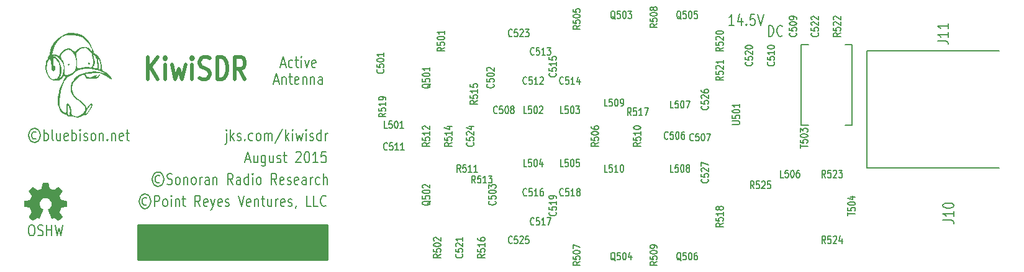
<source format=gto>
G04 (created by PCBNEW (2013-mar-25)-stable) date Friday, August 07, 2015 11:50:23 AM*
%MOIN*%
G04 Gerber Fmt 3.4, Leading zero omitted, Abs format*
%FSLAX34Y34*%
G01*
G70*
G90*
G04 APERTURE LIST*
%ADD10C,0.006*%
%ADD11C,0.00787402*%
%ADD12C,0.019685*%
%ADD13C,9.84252e-05*%
%ADD14C,0.00590551*%
%ADD15C,0.01*%
G04 APERTURE END LIST*
G54D10*
G54D11*
X41451Y-30497D02*
X41406Y-30469D01*
X41316Y-30469D01*
X41271Y-30497D01*
X41226Y-30553D01*
X41203Y-30610D01*
X41203Y-30722D01*
X41226Y-30778D01*
X41271Y-30835D01*
X41316Y-30863D01*
X41406Y-30863D01*
X41451Y-30835D01*
X41361Y-30272D02*
X41248Y-30300D01*
X41136Y-30385D01*
X41068Y-30525D01*
X41046Y-30666D01*
X41068Y-30807D01*
X41136Y-30947D01*
X41248Y-31032D01*
X41361Y-31060D01*
X41473Y-31032D01*
X41586Y-30947D01*
X41653Y-30807D01*
X41676Y-30666D01*
X41653Y-30525D01*
X41586Y-30385D01*
X41473Y-30300D01*
X41361Y-30272D01*
X41878Y-30947D02*
X41878Y-30357D01*
X42058Y-30357D01*
X42103Y-30385D01*
X42125Y-30413D01*
X42148Y-30469D01*
X42148Y-30553D01*
X42125Y-30610D01*
X42103Y-30638D01*
X42058Y-30666D01*
X41878Y-30666D01*
X42418Y-30947D02*
X42373Y-30919D01*
X42350Y-30891D01*
X42328Y-30835D01*
X42328Y-30666D01*
X42350Y-30610D01*
X42373Y-30582D01*
X42418Y-30553D01*
X42485Y-30553D01*
X42530Y-30582D01*
X42553Y-30610D01*
X42575Y-30666D01*
X42575Y-30835D01*
X42553Y-30891D01*
X42530Y-30919D01*
X42485Y-30947D01*
X42418Y-30947D01*
X42778Y-30947D02*
X42778Y-30553D01*
X42778Y-30357D02*
X42755Y-30385D01*
X42778Y-30413D01*
X42800Y-30385D01*
X42778Y-30357D01*
X42778Y-30413D01*
X43003Y-30553D02*
X43003Y-30947D01*
X43003Y-30610D02*
X43025Y-30582D01*
X43070Y-30553D01*
X43138Y-30553D01*
X43183Y-30582D01*
X43205Y-30638D01*
X43205Y-30947D01*
X43363Y-30553D02*
X43543Y-30553D01*
X43430Y-30357D02*
X43430Y-30863D01*
X43453Y-30919D01*
X43498Y-30947D01*
X43543Y-30947D01*
X44330Y-30947D02*
X44173Y-30666D01*
X44060Y-30947D02*
X44060Y-30357D01*
X44240Y-30357D01*
X44285Y-30385D01*
X44308Y-30413D01*
X44330Y-30469D01*
X44330Y-30553D01*
X44308Y-30610D01*
X44285Y-30638D01*
X44240Y-30666D01*
X44060Y-30666D01*
X44713Y-30919D02*
X44668Y-30947D01*
X44578Y-30947D01*
X44533Y-30919D01*
X44510Y-30863D01*
X44510Y-30638D01*
X44533Y-30582D01*
X44578Y-30553D01*
X44668Y-30553D01*
X44713Y-30582D01*
X44735Y-30638D01*
X44735Y-30694D01*
X44510Y-30750D01*
X44893Y-30553D02*
X45005Y-30947D01*
X45118Y-30553D02*
X45005Y-30947D01*
X44960Y-31088D01*
X44938Y-31116D01*
X44893Y-31144D01*
X45478Y-30919D02*
X45433Y-30947D01*
X45343Y-30947D01*
X45298Y-30919D01*
X45275Y-30863D01*
X45275Y-30638D01*
X45298Y-30582D01*
X45343Y-30553D01*
X45433Y-30553D01*
X45478Y-30582D01*
X45500Y-30638D01*
X45500Y-30694D01*
X45275Y-30750D01*
X45680Y-30919D02*
X45725Y-30947D01*
X45815Y-30947D01*
X45860Y-30919D01*
X45883Y-30863D01*
X45883Y-30835D01*
X45860Y-30778D01*
X45815Y-30750D01*
X45748Y-30750D01*
X45703Y-30722D01*
X45680Y-30666D01*
X45680Y-30638D01*
X45703Y-30582D01*
X45748Y-30553D01*
X45815Y-30553D01*
X45860Y-30582D01*
X46377Y-30357D02*
X46535Y-30947D01*
X46692Y-30357D01*
X47030Y-30919D02*
X46985Y-30947D01*
X46895Y-30947D01*
X46850Y-30919D01*
X46827Y-30863D01*
X46827Y-30638D01*
X46850Y-30582D01*
X46895Y-30553D01*
X46985Y-30553D01*
X47030Y-30582D01*
X47052Y-30638D01*
X47052Y-30694D01*
X46827Y-30750D01*
X47255Y-30553D02*
X47255Y-30947D01*
X47255Y-30610D02*
X47277Y-30582D01*
X47322Y-30553D01*
X47390Y-30553D01*
X47435Y-30582D01*
X47457Y-30638D01*
X47457Y-30947D01*
X47615Y-30553D02*
X47795Y-30553D01*
X47682Y-30357D02*
X47682Y-30863D01*
X47705Y-30919D01*
X47750Y-30947D01*
X47795Y-30947D01*
X48155Y-30553D02*
X48155Y-30947D01*
X47952Y-30553D02*
X47952Y-30863D01*
X47975Y-30919D01*
X48020Y-30947D01*
X48087Y-30947D01*
X48132Y-30919D01*
X48155Y-30891D01*
X48380Y-30947D02*
X48380Y-30553D01*
X48380Y-30666D02*
X48402Y-30610D01*
X48425Y-30582D01*
X48470Y-30553D01*
X48515Y-30553D01*
X48852Y-30919D02*
X48807Y-30947D01*
X48717Y-30947D01*
X48672Y-30919D01*
X48650Y-30863D01*
X48650Y-30638D01*
X48672Y-30582D01*
X48717Y-30553D01*
X48807Y-30553D01*
X48852Y-30582D01*
X48875Y-30638D01*
X48875Y-30694D01*
X48650Y-30750D01*
X49055Y-30919D02*
X49100Y-30947D01*
X49190Y-30947D01*
X49235Y-30919D01*
X49257Y-30863D01*
X49257Y-30835D01*
X49235Y-30778D01*
X49190Y-30750D01*
X49122Y-30750D01*
X49077Y-30722D01*
X49055Y-30666D01*
X49055Y-30638D01*
X49077Y-30582D01*
X49122Y-30553D01*
X49190Y-30553D01*
X49235Y-30582D01*
X49482Y-30919D02*
X49482Y-30947D01*
X49460Y-31003D01*
X49437Y-31032D01*
X50269Y-30947D02*
X50044Y-30947D01*
X50044Y-30357D01*
X50652Y-30947D02*
X50427Y-30947D01*
X50427Y-30357D01*
X51079Y-30891D02*
X51057Y-30919D01*
X50989Y-30947D01*
X50944Y-30947D01*
X50877Y-30919D01*
X50832Y-30863D01*
X50809Y-30807D01*
X50787Y-30694D01*
X50787Y-30610D01*
X50809Y-30497D01*
X50832Y-30441D01*
X50877Y-30385D01*
X50944Y-30357D01*
X50989Y-30357D01*
X51057Y-30385D01*
X51079Y-30413D01*
X72992Y-21203D02*
X72722Y-21203D01*
X72857Y-21203D02*
X72857Y-20613D01*
X72812Y-20697D01*
X72767Y-20753D01*
X72722Y-20781D01*
X73397Y-20809D02*
X73397Y-21203D01*
X73284Y-20584D02*
X73172Y-21006D01*
X73464Y-21006D01*
X73644Y-21147D02*
X73667Y-21175D01*
X73644Y-21203D01*
X73622Y-21175D01*
X73644Y-21147D01*
X73644Y-21203D01*
X74094Y-20613D02*
X73869Y-20613D01*
X73847Y-20894D01*
X73869Y-20866D01*
X73914Y-20838D01*
X74026Y-20838D01*
X74071Y-20866D01*
X74094Y-20894D01*
X74116Y-20950D01*
X74116Y-21091D01*
X74094Y-21147D01*
X74071Y-21175D01*
X74026Y-21203D01*
X73914Y-21203D01*
X73869Y-21175D01*
X73847Y-21147D01*
X74251Y-20613D02*
X74409Y-21203D01*
X74566Y-20613D01*
X74836Y-21794D02*
X74836Y-21203D01*
X74949Y-21203D01*
X75016Y-21231D01*
X75061Y-21287D01*
X75084Y-21344D01*
X75106Y-21456D01*
X75106Y-21541D01*
X75084Y-21653D01*
X75061Y-21709D01*
X75016Y-21766D01*
X74949Y-21794D01*
X74836Y-21794D01*
X75579Y-21737D02*
X75556Y-21766D01*
X75489Y-21794D01*
X75444Y-21794D01*
X75376Y-21766D01*
X75331Y-21709D01*
X75309Y-21653D01*
X75286Y-21541D01*
X75286Y-21456D01*
X75309Y-21344D01*
X75331Y-21287D01*
X75376Y-21231D01*
X75444Y-21203D01*
X75489Y-21203D01*
X75556Y-21231D01*
X75579Y-21259D01*
X45736Y-27010D02*
X45736Y-27516D01*
X45714Y-27573D01*
X45669Y-27601D01*
X45646Y-27601D01*
X45736Y-26813D02*
X45714Y-26841D01*
X45736Y-26870D01*
X45759Y-26841D01*
X45736Y-26813D01*
X45736Y-26870D01*
X45961Y-27404D02*
X45961Y-26813D01*
X46006Y-27179D02*
X46141Y-27404D01*
X46141Y-27010D02*
X45961Y-27235D01*
X46321Y-27376D02*
X46366Y-27404D01*
X46456Y-27404D01*
X46501Y-27376D01*
X46524Y-27320D01*
X46524Y-27291D01*
X46501Y-27235D01*
X46456Y-27207D01*
X46389Y-27207D01*
X46344Y-27179D01*
X46321Y-27123D01*
X46321Y-27095D01*
X46344Y-27038D01*
X46389Y-27010D01*
X46456Y-27010D01*
X46501Y-27038D01*
X46726Y-27348D02*
X46749Y-27376D01*
X46726Y-27404D01*
X46704Y-27376D01*
X46726Y-27348D01*
X46726Y-27404D01*
X47154Y-27376D02*
X47109Y-27404D01*
X47019Y-27404D01*
X46974Y-27376D01*
X46951Y-27348D01*
X46929Y-27291D01*
X46929Y-27123D01*
X46951Y-27066D01*
X46974Y-27038D01*
X47019Y-27010D01*
X47109Y-27010D01*
X47154Y-27038D01*
X47424Y-27404D02*
X47379Y-27376D01*
X47356Y-27348D01*
X47334Y-27291D01*
X47334Y-27123D01*
X47356Y-27066D01*
X47379Y-27038D01*
X47424Y-27010D01*
X47491Y-27010D01*
X47536Y-27038D01*
X47559Y-27066D01*
X47581Y-27123D01*
X47581Y-27291D01*
X47559Y-27348D01*
X47536Y-27376D01*
X47491Y-27404D01*
X47424Y-27404D01*
X47784Y-27404D02*
X47784Y-27010D01*
X47784Y-27066D02*
X47806Y-27038D01*
X47851Y-27010D01*
X47919Y-27010D01*
X47964Y-27038D01*
X47986Y-27095D01*
X47986Y-27404D01*
X47986Y-27095D02*
X48008Y-27038D01*
X48053Y-27010D01*
X48121Y-27010D01*
X48166Y-27038D01*
X48188Y-27095D01*
X48188Y-27404D01*
X48751Y-26785D02*
X48346Y-27544D01*
X48908Y-27404D02*
X48908Y-26813D01*
X48953Y-27179D02*
X49088Y-27404D01*
X49088Y-27010D02*
X48908Y-27235D01*
X49291Y-27404D02*
X49291Y-27010D01*
X49291Y-26813D02*
X49268Y-26841D01*
X49291Y-26870D01*
X49313Y-26841D01*
X49291Y-26813D01*
X49291Y-26870D01*
X49471Y-27010D02*
X49561Y-27404D01*
X49651Y-27123D01*
X49741Y-27404D01*
X49831Y-27010D01*
X50011Y-27404D02*
X50011Y-27010D01*
X50011Y-26813D02*
X49988Y-26841D01*
X50011Y-26870D01*
X50033Y-26841D01*
X50011Y-26813D01*
X50011Y-26870D01*
X50213Y-27376D02*
X50258Y-27404D01*
X50348Y-27404D01*
X50393Y-27376D01*
X50416Y-27320D01*
X50416Y-27291D01*
X50393Y-27235D01*
X50348Y-27207D01*
X50281Y-27207D01*
X50236Y-27179D01*
X50213Y-27123D01*
X50213Y-27095D01*
X50236Y-27038D01*
X50281Y-27010D01*
X50348Y-27010D01*
X50393Y-27038D01*
X50821Y-27404D02*
X50821Y-26813D01*
X50821Y-27376D02*
X50776Y-27404D01*
X50686Y-27404D01*
X50641Y-27376D01*
X50618Y-27348D01*
X50596Y-27291D01*
X50596Y-27123D01*
X50618Y-27066D01*
X50641Y-27038D01*
X50686Y-27010D01*
X50776Y-27010D01*
X50821Y-27038D01*
X51046Y-27404D02*
X51046Y-27010D01*
X51046Y-27123D02*
X51068Y-27066D01*
X51091Y-27038D01*
X51136Y-27010D01*
X51181Y-27010D01*
X46771Y-28416D02*
X46996Y-28416D01*
X46726Y-28585D02*
X46884Y-27994D01*
X47041Y-28585D01*
X47401Y-28191D02*
X47401Y-28585D01*
X47199Y-28191D02*
X47199Y-28501D01*
X47221Y-28557D01*
X47266Y-28585D01*
X47334Y-28585D01*
X47379Y-28557D01*
X47401Y-28529D01*
X47829Y-28191D02*
X47829Y-28669D01*
X47806Y-28726D01*
X47784Y-28754D01*
X47739Y-28782D01*
X47671Y-28782D01*
X47626Y-28754D01*
X47829Y-28557D02*
X47784Y-28585D01*
X47694Y-28585D01*
X47649Y-28557D01*
X47626Y-28529D01*
X47604Y-28473D01*
X47604Y-28304D01*
X47626Y-28248D01*
X47649Y-28219D01*
X47694Y-28191D01*
X47784Y-28191D01*
X47829Y-28219D01*
X48256Y-28191D02*
X48256Y-28585D01*
X48053Y-28191D02*
X48053Y-28501D01*
X48076Y-28557D01*
X48121Y-28585D01*
X48188Y-28585D01*
X48233Y-28557D01*
X48256Y-28529D01*
X48458Y-28557D02*
X48503Y-28585D01*
X48593Y-28585D01*
X48638Y-28557D01*
X48661Y-28501D01*
X48661Y-28473D01*
X48638Y-28416D01*
X48593Y-28388D01*
X48526Y-28388D01*
X48481Y-28360D01*
X48458Y-28304D01*
X48458Y-28276D01*
X48481Y-28219D01*
X48526Y-28191D01*
X48593Y-28191D01*
X48638Y-28219D01*
X48796Y-28191D02*
X48976Y-28191D01*
X48863Y-27994D02*
X48863Y-28501D01*
X48886Y-28557D01*
X48931Y-28585D01*
X48976Y-28585D01*
X49471Y-28051D02*
X49493Y-28023D01*
X49538Y-27994D01*
X49651Y-27994D01*
X49696Y-28023D01*
X49718Y-28051D01*
X49741Y-28107D01*
X49741Y-28163D01*
X49718Y-28248D01*
X49448Y-28585D01*
X49741Y-28585D01*
X50033Y-27994D02*
X50078Y-27994D01*
X50123Y-28023D01*
X50146Y-28051D01*
X50168Y-28107D01*
X50191Y-28219D01*
X50191Y-28360D01*
X50168Y-28473D01*
X50146Y-28529D01*
X50123Y-28557D01*
X50078Y-28585D01*
X50033Y-28585D01*
X49988Y-28557D01*
X49966Y-28529D01*
X49943Y-28473D01*
X49921Y-28360D01*
X49921Y-28219D01*
X49943Y-28107D01*
X49966Y-28051D01*
X49988Y-28023D01*
X50033Y-27994D01*
X50641Y-28585D02*
X50371Y-28585D01*
X50506Y-28585D02*
X50506Y-27994D01*
X50461Y-28079D01*
X50416Y-28135D01*
X50371Y-28163D01*
X51068Y-27994D02*
X50843Y-27994D01*
X50821Y-28276D01*
X50843Y-28248D01*
X50888Y-28219D01*
X51001Y-28219D01*
X51046Y-28248D01*
X51068Y-28276D01*
X51091Y-28332D01*
X51091Y-28473D01*
X51068Y-28529D01*
X51046Y-28557D01*
X51001Y-28585D01*
X50888Y-28585D01*
X50843Y-28557D01*
X50821Y-28529D01*
X42148Y-29316D02*
X42103Y-29288D01*
X42013Y-29288D01*
X41968Y-29316D01*
X41923Y-29372D01*
X41901Y-29429D01*
X41901Y-29541D01*
X41923Y-29597D01*
X41968Y-29654D01*
X42013Y-29682D01*
X42103Y-29682D01*
X42148Y-29654D01*
X42058Y-29091D02*
X41946Y-29119D01*
X41833Y-29204D01*
X41766Y-29344D01*
X41743Y-29485D01*
X41766Y-29625D01*
X41833Y-29766D01*
X41946Y-29850D01*
X42058Y-29879D01*
X42170Y-29850D01*
X42283Y-29766D01*
X42350Y-29625D01*
X42373Y-29485D01*
X42350Y-29344D01*
X42283Y-29204D01*
X42170Y-29119D01*
X42058Y-29091D01*
X42553Y-29738D02*
X42620Y-29766D01*
X42733Y-29766D01*
X42778Y-29738D01*
X42800Y-29710D01*
X42823Y-29654D01*
X42823Y-29597D01*
X42800Y-29541D01*
X42778Y-29513D01*
X42733Y-29485D01*
X42643Y-29457D01*
X42598Y-29429D01*
X42575Y-29401D01*
X42553Y-29344D01*
X42553Y-29288D01*
X42575Y-29232D01*
X42598Y-29204D01*
X42643Y-29176D01*
X42755Y-29176D01*
X42823Y-29204D01*
X43093Y-29766D02*
X43048Y-29738D01*
X43025Y-29710D01*
X43003Y-29654D01*
X43003Y-29485D01*
X43025Y-29429D01*
X43048Y-29401D01*
X43093Y-29372D01*
X43160Y-29372D01*
X43205Y-29401D01*
X43228Y-29429D01*
X43250Y-29485D01*
X43250Y-29654D01*
X43228Y-29710D01*
X43205Y-29738D01*
X43160Y-29766D01*
X43093Y-29766D01*
X43453Y-29372D02*
X43453Y-29766D01*
X43453Y-29429D02*
X43475Y-29401D01*
X43520Y-29372D01*
X43588Y-29372D01*
X43633Y-29401D01*
X43655Y-29457D01*
X43655Y-29766D01*
X43948Y-29766D02*
X43903Y-29738D01*
X43880Y-29710D01*
X43858Y-29654D01*
X43858Y-29485D01*
X43880Y-29429D01*
X43903Y-29401D01*
X43948Y-29372D01*
X44015Y-29372D01*
X44060Y-29401D01*
X44083Y-29429D01*
X44105Y-29485D01*
X44105Y-29654D01*
X44083Y-29710D01*
X44060Y-29738D01*
X44015Y-29766D01*
X43948Y-29766D01*
X44308Y-29766D02*
X44308Y-29372D01*
X44308Y-29485D02*
X44330Y-29429D01*
X44353Y-29401D01*
X44398Y-29372D01*
X44443Y-29372D01*
X44803Y-29766D02*
X44803Y-29457D01*
X44780Y-29401D01*
X44735Y-29372D01*
X44645Y-29372D01*
X44600Y-29401D01*
X44803Y-29738D02*
X44758Y-29766D01*
X44645Y-29766D01*
X44600Y-29738D01*
X44578Y-29682D01*
X44578Y-29625D01*
X44600Y-29569D01*
X44645Y-29541D01*
X44758Y-29541D01*
X44803Y-29513D01*
X45028Y-29372D02*
X45028Y-29766D01*
X45028Y-29429D02*
X45050Y-29401D01*
X45095Y-29372D01*
X45163Y-29372D01*
X45208Y-29401D01*
X45230Y-29457D01*
X45230Y-29766D01*
X46085Y-29766D02*
X45928Y-29485D01*
X45815Y-29766D02*
X45815Y-29176D01*
X45995Y-29176D01*
X46040Y-29204D01*
X46062Y-29232D01*
X46085Y-29288D01*
X46085Y-29372D01*
X46062Y-29429D01*
X46040Y-29457D01*
X45995Y-29485D01*
X45815Y-29485D01*
X46490Y-29766D02*
X46490Y-29457D01*
X46467Y-29401D01*
X46422Y-29372D01*
X46332Y-29372D01*
X46287Y-29401D01*
X46490Y-29738D02*
X46445Y-29766D01*
X46332Y-29766D01*
X46287Y-29738D01*
X46265Y-29682D01*
X46265Y-29625D01*
X46287Y-29569D01*
X46332Y-29541D01*
X46445Y-29541D01*
X46490Y-29513D01*
X46917Y-29766D02*
X46917Y-29176D01*
X46917Y-29738D02*
X46872Y-29766D01*
X46782Y-29766D01*
X46737Y-29738D01*
X46715Y-29710D01*
X46692Y-29654D01*
X46692Y-29485D01*
X46715Y-29429D01*
X46737Y-29401D01*
X46782Y-29372D01*
X46872Y-29372D01*
X46917Y-29401D01*
X47142Y-29766D02*
X47142Y-29372D01*
X47142Y-29176D02*
X47120Y-29204D01*
X47142Y-29232D01*
X47165Y-29204D01*
X47142Y-29176D01*
X47142Y-29232D01*
X47435Y-29766D02*
X47390Y-29738D01*
X47367Y-29710D01*
X47345Y-29654D01*
X47345Y-29485D01*
X47367Y-29429D01*
X47390Y-29401D01*
X47435Y-29372D01*
X47502Y-29372D01*
X47547Y-29401D01*
X47570Y-29429D01*
X47592Y-29485D01*
X47592Y-29654D01*
X47570Y-29710D01*
X47547Y-29738D01*
X47502Y-29766D01*
X47435Y-29766D01*
X48425Y-29766D02*
X48267Y-29485D01*
X48155Y-29766D02*
X48155Y-29176D01*
X48335Y-29176D01*
X48380Y-29204D01*
X48402Y-29232D01*
X48425Y-29288D01*
X48425Y-29372D01*
X48402Y-29429D01*
X48380Y-29457D01*
X48335Y-29485D01*
X48155Y-29485D01*
X48807Y-29738D02*
X48762Y-29766D01*
X48672Y-29766D01*
X48627Y-29738D01*
X48605Y-29682D01*
X48605Y-29457D01*
X48627Y-29401D01*
X48672Y-29372D01*
X48762Y-29372D01*
X48807Y-29401D01*
X48830Y-29457D01*
X48830Y-29513D01*
X48605Y-29569D01*
X49010Y-29738D02*
X49055Y-29766D01*
X49145Y-29766D01*
X49190Y-29738D01*
X49212Y-29682D01*
X49212Y-29654D01*
X49190Y-29597D01*
X49145Y-29569D01*
X49077Y-29569D01*
X49032Y-29541D01*
X49010Y-29485D01*
X49010Y-29457D01*
X49032Y-29401D01*
X49077Y-29372D01*
X49145Y-29372D01*
X49190Y-29401D01*
X49595Y-29738D02*
X49550Y-29766D01*
X49460Y-29766D01*
X49415Y-29738D01*
X49392Y-29682D01*
X49392Y-29457D01*
X49415Y-29401D01*
X49460Y-29372D01*
X49550Y-29372D01*
X49595Y-29401D01*
X49617Y-29457D01*
X49617Y-29513D01*
X49392Y-29569D01*
X50022Y-29766D02*
X50022Y-29457D01*
X50000Y-29401D01*
X49955Y-29372D01*
X49865Y-29372D01*
X49820Y-29401D01*
X50022Y-29738D02*
X49977Y-29766D01*
X49865Y-29766D01*
X49820Y-29738D01*
X49797Y-29682D01*
X49797Y-29625D01*
X49820Y-29569D01*
X49865Y-29541D01*
X49977Y-29541D01*
X50022Y-29513D01*
X50247Y-29766D02*
X50247Y-29372D01*
X50247Y-29485D02*
X50269Y-29429D01*
X50292Y-29401D01*
X50337Y-29372D01*
X50382Y-29372D01*
X50742Y-29738D02*
X50697Y-29766D01*
X50607Y-29766D01*
X50562Y-29738D01*
X50539Y-29710D01*
X50517Y-29654D01*
X50517Y-29485D01*
X50539Y-29429D01*
X50562Y-29401D01*
X50607Y-29372D01*
X50697Y-29372D01*
X50742Y-29401D01*
X50944Y-29766D02*
X50944Y-29176D01*
X51147Y-29766D02*
X51147Y-29457D01*
X51124Y-29401D01*
X51079Y-29372D01*
X51012Y-29372D01*
X50967Y-29401D01*
X50944Y-29429D01*
X48661Y-23298D02*
X48886Y-23298D01*
X48616Y-23467D02*
X48773Y-22876D01*
X48931Y-23467D01*
X49291Y-23439D02*
X49246Y-23467D01*
X49156Y-23467D01*
X49111Y-23439D01*
X49088Y-23411D01*
X49066Y-23354D01*
X49066Y-23186D01*
X49088Y-23129D01*
X49111Y-23101D01*
X49156Y-23073D01*
X49246Y-23073D01*
X49291Y-23101D01*
X49426Y-23073D02*
X49606Y-23073D01*
X49493Y-22876D02*
X49493Y-23383D01*
X49516Y-23439D01*
X49561Y-23467D01*
X49606Y-23467D01*
X49763Y-23467D02*
X49763Y-23073D01*
X49763Y-22876D02*
X49741Y-22904D01*
X49763Y-22933D01*
X49786Y-22904D01*
X49763Y-22876D01*
X49763Y-22933D01*
X49943Y-23073D02*
X50056Y-23467D01*
X50168Y-23073D01*
X50528Y-23439D02*
X50483Y-23467D01*
X50393Y-23467D01*
X50348Y-23439D01*
X50326Y-23383D01*
X50326Y-23158D01*
X50348Y-23101D01*
X50393Y-23073D01*
X50483Y-23073D01*
X50528Y-23101D01*
X50551Y-23158D01*
X50551Y-23214D01*
X50326Y-23270D01*
X48301Y-24204D02*
X48526Y-24204D01*
X48256Y-24372D02*
X48413Y-23782D01*
X48571Y-24372D01*
X48728Y-23979D02*
X48728Y-24372D01*
X48728Y-24035D02*
X48751Y-24007D01*
X48796Y-23979D01*
X48863Y-23979D01*
X48908Y-24007D01*
X48931Y-24063D01*
X48931Y-24372D01*
X49088Y-23979D02*
X49268Y-23979D01*
X49156Y-23782D02*
X49156Y-24288D01*
X49178Y-24344D01*
X49223Y-24372D01*
X49268Y-24372D01*
X49606Y-24344D02*
X49561Y-24372D01*
X49471Y-24372D01*
X49426Y-24344D01*
X49403Y-24288D01*
X49403Y-24063D01*
X49426Y-24007D01*
X49471Y-23979D01*
X49561Y-23979D01*
X49606Y-24007D01*
X49628Y-24063D01*
X49628Y-24119D01*
X49403Y-24176D01*
X49831Y-23979D02*
X49831Y-24372D01*
X49831Y-24035D02*
X49853Y-24007D01*
X49898Y-23979D01*
X49966Y-23979D01*
X50011Y-24007D01*
X50033Y-24063D01*
X50033Y-24372D01*
X50258Y-23979D02*
X50258Y-24372D01*
X50258Y-24035D02*
X50281Y-24007D01*
X50326Y-23979D01*
X50393Y-23979D01*
X50438Y-24007D01*
X50461Y-24063D01*
X50461Y-24372D01*
X50888Y-24372D02*
X50888Y-24063D01*
X50866Y-24007D01*
X50821Y-23979D01*
X50731Y-23979D01*
X50686Y-24007D01*
X50888Y-24344D02*
X50843Y-24372D01*
X50731Y-24372D01*
X50686Y-24344D01*
X50663Y-24288D01*
X50663Y-24232D01*
X50686Y-24176D01*
X50731Y-24147D01*
X50843Y-24147D01*
X50888Y-24119D01*
X35523Y-26954D02*
X35478Y-26926D01*
X35388Y-26926D01*
X35343Y-26954D01*
X35298Y-27010D01*
X35275Y-27066D01*
X35275Y-27179D01*
X35298Y-27235D01*
X35343Y-27291D01*
X35388Y-27320D01*
X35478Y-27320D01*
X35523Y-27291D01*
X35433Y-26729D02*
X35320Y-26757D01*
X35208Y-26841D01*
X35140Y-26982D01*
X35118Y-27123D01*
X35140Y-27263D01*
X35208Y-27404D01*
X35320Y-27488D01*
X35433Y-27516D01*
X35545Y-27488D01*
X35658Y-27404D01*
X35725Y-27263D01*
X35748Y-27123D01*
X35725Y-26982D01*
X35658Y-26841D01*
X35545Y-26757D01*
X35433Y-26729D01*
X35950Y-27404D02*
X35950Y-26813D01*
X35950Y-27038D02*
X35995Y-27010D01*
X36085Y-27010D01*
X36130Y-27038D01*
X36152Y-27066D01*
X36175Y-27123D01*
X36175Y-27291D01*
X36152Y-27348D01*
X36130Y-27376D01*
X36085Y-27404D01*
X35995Y-27404D01*
X35950Y-27376D01*
X36445Y-27404D02*
X36400Y-27376D01*
X36377Y-27320D01*
X36377Y-26813D01*
X36827Y-27010D02*
X36827Y-27404D01*
X36625Y-27010D02*
X36625Y-27320D01*
X36647Y-27376D01*
X36692Y-27404D01*
X36760Y-27404D01*
X36805Y-27376D01*
X36827Y-27348D01*
X37232Y-27376D02*
X37187Y-27404D01*
X37097Y-27404D01*
X37052Y-27376D01*
X37030Y-27320D01*
X37030Y-27095D01*
X37052Y-27038D01*
X37097Y-27010D01*
X37187Y-27010D01*
X37232Y-27038D01*
X37255Y-27095D01*
X37255Y-27151D01*
X37030Y-27207D01*
X37457Y-27404D02*
X37457Y-26813D01*
X37457Y-27038D02*
X37502Y-27010D01*
X37592Y-27010D01*
X37637Y-27038D01*
X37660Y-27066D01*
X37682Y-27123D01*
X37682Y-27291D01*
X37660Y-27348D01*
X37637Y-27376D01*
X37592Y-27404D01*
X37502Y-27404D01*
X37457Y-27376D01*
X37885Y-27404D02*
X37885Y-27010D01*
X37885Y-26813D02*
X37862Y-26841D01*
X37885Y-26870D01*
X37907Y-26841D01*
X37885Y-26813D01*
X37885Y-26870D01*
X38087Y-27376D02*
X38132Y-27404D01*
X38222Y-27404D01*
X38267Y-27376D01*
X38290Y-27320D01*
X38290Y-27291D01*
X38267Y-27235D01*
X38222Y-27207D01*
X38155Y-27207D01*
X38110Y-27179D01*
X38087Y-27123D01*
X38087Y-27095D01*
X38110Y-27038D01*
X38155Y-27010D01*
X38222Y-27010D01*
X38267Y-27038D01*
X38560Y-27404D02*
X38515Y-27376D01*
X38492Y-27348D01*
X38470Y-27291D01*
X38470Y-27123D01*
X38492Y-27066D01*
X38515Y-27038D01*
X38560Y-27010D01*
X38627Y-27010D01*
X38672Y-27038D01*
X38695Y-27066D01*
X38717Y-27123D01*
X38717Y-27291D01*
X38695Y-27348D01*
X38672Y-27376D01*
X38627Y-27404D01*
X38560Y-27404D01*
X38920Y-27010D02*
X38920Y-27404D01*
X38920Y-27066D02*
X38942Y-27038D01*
X38987Y-27010D01*
X39055Y-27010D01*
X39100Y-27038D01*
X39122Y-27095D01*
X39122Y-27404D01*
X39347Y-27348D02*
X39370Y-27376D01*
X39347Y-27404D01*
X39325Y-27376D01*
X39347Y-27348D01*
X39347Y-27404D01*
X39572Y-27010D02*
X39572Y-27404D01*
X39572Y-27066D02*
X39595Y-27038D01*
X39640Y-27010D01*
X39707Y-27010D01*
X39752Y-27038D01*
X39775Y-27095D01*
X39775Y-27404D01*
X40179Y-27376D02*
X40134Y-27404D01*
X40044Y-27404D01*
X40000Y-27376D01*
X39977Y-27320D01*
X39977Y-27095D01*
X40000Y-27038D01*
X40044Y-27010D01*
X40134Y-27010D01*
X40179Y-27038D01*
X40202Y-27095D01*
X40202Y-27151D01*
X39977Y-27207D01*
X40337Y-27010D02*
X40517Y-27010D01*
X40404Y-26813D02*
X40404Y-27320D01*
X40427Y-27376D01*
X40472Y-27404D01*
X40517Y-27404D01*
G54D12*
X41507Y-24100D02*
X41507Y-22919D01*
X42047Y-24100D02*
X41642Y-23425D01*
X42047Y-22919D02*
X41507Y-23593D01*
X42452Y-24100D02*
X42452Y-23312D01*
X42452Y-22919D02*
X42407Y-22975D01*
X42452Y-23031D01*
X42497Y-22975D01*
X42452Y-22919D01*
X42452Y-23031D01*
X42812Y-23312D02*
X42992Y-24100D01*
X43172Y-23537D01*
X43352Y-24100D01*
X43532Y-23312D01*
X43892Y-24100D02*
X43892Y-23312D01*
X43892Y-22919D02*
X43847Y-22975D01*
X43892Y-23031D01*
X43937Y-22975D01*
X43892Y-22919D01*
X43892Y-23031D01*
X44296Y-24043D02*
X44431Y-24100D01*
X44656Y-24100D01*
X44746Y-24043D01*
X44791Y-23987D01*
X44836Y-23875D01*
X44836Y-23762D01*
X44791Y-23650D01*
X44746Y-23593D01*
X44656Y-23537D01*
X44476Y-23481D01*
X44386Y-23425D01*
X44341Y-23368D01*
X44296Y-23256D01*
X44296Y-23143D01*
X44341Y-23031D01*
X44386Y-22975D01*
X44476Y-22919D01*
X44701Y-22919D01*
X44836Y-22975D01*
X45241Y-24100D02*
X45241Y-22919D01*
X45466Y-22919D01*
X45601Y-22975D01*
X45691Y-23087D01*
X45736Y-23200D01*
X45781Y-23425D01*
X45781Y-23593D01*
X45736Y-23818D01*
X45691Y-23931D01*
X45601Y-24043D01*
X45466Y-24100D01*
X45241Y-24100D01*
X46726Y-24100D02*
X46411Y-23537D01*
X46186Y-24100D02*
X46186Y-22919D01*
X46546Y-22919D01*
X46636Y-22975D01*
X46681Y-23031D01*
X46726Y-23143D01*
X46726Y-23312D01*
X46681Y-23425D01*
X46636Y-23481D01*
X46546Y-23537D01*
X46186Y-23537D01*
G54D11*
X35236Y-31931D02*
X35326Y-31931D01*
X35371Y-31960D01*
X35416Y-32016D01*
X35438Y-32128D01*
X35438Y-32325D01*
X35416Y-32438D01*
X35371Y-32494D01*
X35326Y-32522D01*
X35236Y-32522D01*
X35191Y-32494D01*
X35146Y-32438D01*
X35123Y-32325D01*
X35123Y-32128D01*
X35146Y-32016D01*
X35191Y-31960D01*
X35236Y-31931D01*
X35618Y-32494D02*
X35686Y-32522D01*
X35798Y-32522D01*
X35843Y-32494D01*
X35866Y-32466D01*
X35888Y-32410D01*
X35888Y-32353D01*
X35866Y-32297D01*
X35843Y-32269D01*
X35798Y-32241D01*
X35708Y-32213D01*
X35663Y-32185D01*
X35641Y-32156D01*
X35618Y-32100D01*
X35618Y-32044D01*
X35641Y-31988D01*
X35663Y-31960D01*
X35708Y-31931D01*
X35821Y-31931D01*
X35888Y-31960D01*
X36091Y-32522D02*
X36091Y-31931D01*
X36091Y-32213D02*
X36361Y-32213D01*
X36361Y-32522D02*
X36361Y-31931D01*
X36541Y-31931D02*
X36653Y-32522D01*
X36743Y-32100D01*
X36833Y-32522D01*
X36946Y-31931D01*
X87204Y-28877D02*
X80118Y-28877D01*
X80118Y-28877D02*
X80118Y-22578D01*
X80118Y-22578D02*
X87204Y-22578D01*
X76968Y-22244D02*
X76574Y-22244D01*
X76574Y-22244D02*
X76574Y-26574D01*
X76574Y-26574D02*
X76968Y-26574D01*
X78937Y-22244D02*
X79330Y-22244D01*
X79330Y-22244D02*
X79330Y-26574D01*
X79330Y-26574D02*
X78937Y-26574D01*
G54D13*
G36*
X37168Y-30855D02*
X37167Y-30892D01*
X37167Y-30919D01*
X37166Y-30938D01*
X37165Y-30951D01*
X37163Y-30959D01*
X37160Y-30963D01*
X37157Y-30965D01*
X37148Y-30967D01*
X37129Y-30971D01*
X37102Y-30976D01*
X37070Y-30982D01*
X37033Y-30989D01*
X37031Y-30989D01*
X36994Y-30996D01*
X36960Y-31002D01*
X36930Y-31008D01*
X36909Y-31012D01*
X36896Y-31014D01*
X36896Y-31014D01*
X36889Y-31016D01*
X36882Y-31019D01*
X36876Y-31024D01*
X36870Y-31033D01*
X36862Y-31048D01*
X36853Y-31068D01*
X36841Y-31097D01*
X36826Y-31135D01*
X36820Y-31151D01*
X36807Y-31183D01*
X36797Y-31208D01*
X36790Y-31227D01*
X36787Y-31243D01*
X36788Y-31259D01*
X36793Y-31275D01*
X36803Y-31293D01*
X36819Y-31317D01*
X36840Y-31347D01*
X36865Y-31383D01*
X36886Y-31414D01*
X36905Y-31442D01*
X36921Y-31465D01*
X36933Y-31482D01*
X36938Y-31491D01*
X36938Y-31491D01*
X36939Y-31496D01*
X36937Y-31502D01*
X36931Y-31511D01*
X36920Y-31525D01*
X36904Y-31543D01*
X36880Y-31567D01*
X36850Y-31598D01*
X36837Y-31611D01*
X36807Y-31641D01*
X36780Y-31667D01*
X36757Y-31689D01*
X36739Y-31706D01*
X36728Y-31717D01*
X36724Y-31719D01*
X36717Y-31716D01*
X36703Y-31707D01*
X36681Y-31693D01*
X36654Y-31675D01*
X36622Y-31653D01*
X36604Y-31641D01*
X36571Y-31618D01*
X36541Y-31598D01*
X36516Y-31582D01*
X36497Y-31569D01*
X36485Y-31563D01*
X36482Y-31562D01*
X36474Y-31565D01*
X36458Y-31572D01*
X36436Y-31582D01*
X36421Y-31590D01*
X36393Y-31603D01*
X36374Y-31611D01*
X36363Y-31613D01*
X36361Y-31612D01*
X36358Y-31605D01*
X36350Y-31588D01*
X36339Y-31563D01*
X36325Y-31531D01*
X36309Y-31493D01*
X36291Y-31450D01*
X36276Y-31416D01*
X36249Y-31351D01*
X36227Y-31297D01*
X36208Y-31251D01*
X36193Y-31214D01*
X36181Y-31185D01*
X36172Y-31163D01*
X36165Y-31146D01*
X36161Y-31134D01*
X36158Y-31125D01*
X36157Y-31120D01*
X36156Y-31117D01*
X36156Y-31116D01*
X36161Y-31110D01*
X36173Y-31098D01*
X36191Y-31083D01*
X36198Y-31078D01*
X36249Y-31035D01*
X36289Y-30990D01*
X36318Y-30942D01*
X36336Y-30890D01*
X36345Y-30833D01*
X36345Y-30805D01*
X36339Y-30745D01*
X36323Y-30689D01*
X36297Y-30639D01*
X36263Y-30594D01*
X36221Y-30556D01*
X36174Y-30526D01*
X36122Y-30504D01*
X36067Y-30493D01*
X36008Y-30491D01*
X35958Y-30499D01*
X35903Y-30518D01*
X35852Y-30546D01*
X35807Y-30583D01*
X35769Y-30627D01*
X35740Y-30676D01*
X35723Y-30723D01*
X35715Y-30774D01*
X35715Y-30828D01*
X35722Y-30882D01*
X35737Y-30932D01*
X35748Y-30957D01*
X35771Y-30991D01*
X35801Y-31026D01*
X35835Y-31057D01*
X35865Y-31081D01*
X35882Y-31092D01*
X35893Y-31102D01*
X35899Y-31113D01*
X35899Y-31127D01*
X35894Y-31146D01*
X35884Y-31172D01*
X35873Y-31199D01*
X35859Y-31231D01*
X35843Y-31269D01*
X35826Y-31310D01*
X35808Y-31354D01*
X35790Y-31399D01*
X35772Y-31442D01*
X35755Y-31481D01*
X35741Y-31516D01*
X35730Y-31544D01*
X35722Y-31564D01*
X35719Y-31571D01*
X35710Y-31592D01*
X35702Y-31606D01*
X35693Y-31611D01*
X35680Y-31610D01*
X35661Y-31602D01*
X35636Y-31589D01*
X35612Y-31577D01*
X35591Y-31569D01*
X35576Y-31564D01*
X35571Y-31564D01*
X35564Y-31569D01*
X35548Y-31578D01*
X35527Y-31593D01*
X35501Y-31610D01*
X35472Y-31629D01*
X35443Y-31649D01*
X35415Y-31668D01*
X35390Y-31685D01*
X35370Y-31699D01*
X35358Y-31708D01*
X35357Y-31708D01*
X35345Y-31716D01*
X35337Y-31719D01*
X35331Y-31715D01*
X35317Y-31704D01*
X35298Y-31686D01*
X35274Y-31663D01*
X35247Y-31636D01*
X35225Y-31615D01*
X35196Y-31586D01*
X35170Y-31559D01*
X35148Y-31535D01*
X35132Y-31517D01*
X35122Y-31504D01*
X35120Y-31500D01*
X35124Y-31492D01*
X35133Y-31476D01*
X35147Y-31453D01*
X35166Y-31425D01*
X35187Y-31393D01*
X35199Y-31375D01*
X35222Y-31342D01*
X35242Y-31312D01*
X35258Y-31287D01*
X35270Y-31268D01*
X35277Y-31256D01*
X35278Y-31254D01*
X35276Y-31245D01*
X35270Y-31228D01*
X35260Y-31204D01*
X35249Y-31175D01*
X35237Y-31144D01*
X35224Y-31112D01*
X35211Y-31083D01*
X35200Y-31057D01*
X35192Y-31037D01*
X35186Y-31026D01*
X35185Y-31025D01*
X35176Y-31020D01*
X35155Y-31015D01*
X35122Y-31007D01*
X35078Y-30998D01*
X35021Y-30987D01*
X34963Y-30977D01*
X34937Y-30972D01*
X34916Y-30967D01*
X34901Y-30963D01*
X34898Y-30961D01*
X34895Y-30955D01*
X34893Y-30944D01*
X34892Y-30924D01*
X34891Y-30896D01*
X34890Y-30857D01*
X34890Y-30808D01*
X34890Y-30804D01*
X34890Y-30763D01*
X34891Y-30726D01*
X34892Y-30694D01*
X34893Y-30670D01*
X34894Y-30655D01*
X34895Y-30651D01*
X34902Y-30649D01*
X34919Y-30645D01*
X34945Y-30640D01*
X34977Y-30634D01*
X35015Y-30627D01*
X35033Y-30624D01*
X35072Y-30616D01*
X35108Y-30609D01*
X35139Y-30603D01*
X35163Y-30598D01*
X35178Y-30595D01*
X35180Y-30594D01*
X35186Y-30591D01*
X35193Y-30583D01*
X35201Y-30569D01*
X35212Y-30549D01*
X35225Y-30519D01*
X35239Y-30487D01*
X35253Y-30453D01*
X35265Y-30423D01*
X35275Y-30399D01*
X35281Y-30381D01*
X35284Y-30373D01*
X35280Y-30365D01*
X35271Y-30348D01*
X35257Y-30325D01*
X35239Y-30297D01*
X35217Y-30265D01*
X35204Y-30246D01*
X35181Y-30212D01*
X35161Y-30181D01*
X35144Y-30155D01*
X35131Y-30135D01*
X35123Y-30122D01*
X35122Y-30118D01*
X35123Y-30112D01*
X35130Y-30101D01*
X35144Y-30085D01*
X35164Y-30063D01*
X35192Y-30033D01*
X35224Y-30002D01*
X35253Y-29973D01*
X35280Y-29946D01*
X35303Y-29925D01*
X35321Y-29908D01*
X35333Y-29898D01*
X35337Y-29896D01*
X35344Y-29900D01*
X35359Y-29909D01*
X35381Y-29923D01*
X35409Y-29942D01*
X35442Y-29963D01*
X35468Y-29981D01*
X35502Y-30004D01*
X35533Y-30025D01*
X35560Y-30043D01*
X35581Y-30056D01*
X35594Y-30064D01*
X35598Y-30066D01*
X35606Y-30064D01*
X35623Y-30057D01*
X35647Y-30048D01*
X35675Y-30037D01*
X35705Y-30025D01*
X35736Y-30012D01*
X35763Y-30001D01*
X35786Y-29990D01*
X35802Y-29983D01*
X35809Y-29979D01*
X35812Y-29971D01*
X35817Y-29953D01*
X35823Y-29927D01*
X35830Y-29894D01*
X35837Y-29856D01*
X35843Y-29825D01*
X35851Y-29784D01*
X35858Y-29747D01*
X35865Y-29716D01*
X35870Y-29692D01*
X35873Y-29676D01*
X35875Y-29672D01*
X35882Y-29670D01*
X35900Y-29669D01*
X35928Y-29667D01*
X35964Y-29667D01*
X36008Y-29666D01*
X36030Y-29666D01*
X36076Y-29666D01*
X36112Y-29666D01*
X36139Y-29667D01*
X36158Y-29668D01*
X36170Y-29669D01*
X36178Y-29671D01*
X36183Y-29673D01*
X36185Y-29677D01*
X36187Y-29680D01*
X36189Y-29690D01*
X36194Y-29709D01*
X36199Y-29737D01*
X36206Y-29771D01*
X36213Y-29810D01*
X36217Y-29828D01*
X36224Y-29868D01*
X36231Y-29903D01*
X36237Y-29933D01*
X36241Y-29956D01*
X36244Y-29969D01*
X36245Y-29972D01*
X36251Y-29977D01*
X36267Y-29986D01*
X36290Y-29998D01*
X36318Y-30010D01*
X36349Y-30023D01*
X36380Y-30036D01*
X36409Y-30047D01*
X36435Y-30056D01*
X36454Y-30062D01*
X36465Y-30064D01*
X36467Y-30064D01*
X36473Y-30060D01*
X36489Y-30050D01*
X36511Y-30035D01*
X36539Y-30016D01*
X36571Y-29994D01*
X36594Y-29979D01*
X36628Y-29956D01*
X36659Y-29935D01*
X36686Y-29918D01*
X36706Y-29905D01*
X36719Y-29898D01*
X36723Y-29896D01*
X36729Y-29900D01*
X36743Y-29912D01*
X36762Y-29930D01*
X36785Y-29952D01*
X36810Y-29977D01*
X36837Y-30004D01*
X36863Y-30030D01*
X36887Y-30056D01*
X36908Y-30079D01*
X36925Y-30097D01*
X36935Y-30110D01*
X36938Y-30115D01*
X36934Y-30122D01*
X36925Y-30138D01*
X36911Y-30161D01*
X36892Y-30190D01*
X36871Y-30222D01*
X36856Y-30244D01*
X36833Y-30278D01*
X36812Y-30309D01*
X36795Y-30335D01*
X36783Y-30355D01*
X36775Y-30368D01*
X36774Y-30371D01*
X36776Y-30379D01*
X36783Y-30395D01*
X36792Y-30419D01*
X36803Y-30446D01*
X36816Y-30477D01*
X36829Y-30507D01*
X36841Y-30536D01*
X36852Y-30561D01*
X36860Y-30579D01*
X36866Y-30589D01*
X36866Y-30590D01*
X36873Y-30592D01*
X36890Y-30596D01*
X36915Y-30601D01*
X36947Y-30608D01*
X36985Y-30615D01*
X37013Y-30620D01*
X37053Y-30628D01*
X37090Y-30635D01*
X37120Y-30641D01*
X37144Y-30646D01*
X37158Y-30649D01*
X37162Y-30651D01*
X37164Y-30657D01*
X37165Y-30675D01*
X37166Y-30702D01*
X37167Y-30736D01*
X37168Y-30776D01*
X37168Y-30808D01*
X37168Y-30855D01*
X37168Y-30855D01*
X37168Y-30855D01*
G37*
G36*
X39564Y-24079D02*
X39552Y-24103D01*
X39537Y-24106D01*
X39486Y-24086D01*
X39476Y-24075D01*
X39441Y-24048D01*
X39367Y-24002D01*
X39264Y-23945D01*
X39212Y-23918D01*
X39212Y-23789D01*
X39200Y-23767D01*
X39141Y-23733D01*
X39046Y-23693D01*
X38974Y-23667D01*
X38974Y-23441D01*
X38974Y-23386D01*
X38945Y-23178D01*
X38901Y-23061D01*
X38828Y-22909D01*
X38849Y-23046D01*
X38861Y-23155D01*
X38868Y-23287D01*
X38869Y-23372D01*
X38871Y-23476D01*
X38880Y-23533D01*
X38900Y-23557D01*
X38922Y-23561D01*
X38952Y-23552D01*
X38969Y-23516D01*
X38974Y-23441D01*
X38974Y-23667D01*
X38927Y-23651D01*
X38811Y-23614D01*
X38811Y-23334D01*
X38797Y-23195D01*
X38769Y-23052D01*
X38730Y-22934D01*
X38714Y-22902D01*
X38671Y-22840D01*
X38628Y-22797D01*
X38596Y-22779D01*
X38587Y-22798D01*
X38593Y-22817D01*
X38608Y-22869D01*
X38629Y-22959D01*
X38645Y-23037D01*
X38664Y-23148D01*
X38664Y-23227D01*
X38644Y-23302D01*
X38634Y-23326D01*
X38597Y-23415D01*
X38586Y-23464D01*
X38586Y-23076D01*
X38558Y-22905D01*
X38521Y-22798D01*
X38521Y-22577D01*
X38502Y-22487D01*
X38451Y-22368D01*
X38376Y-22235D01*
X38287Y-22107D01*
X38144Y-21957D01*
X37972Y-21849D01*
X37766Y-21779D01*
X37518Y-21745D01*
X37366Y-21741D01*
X37227Y-21743D01*
X37129Y-21753D01*
X37055Y-21772D01*
X36984Y-21805D01*
X36963Y-21817D01*
X36791Y-21948D01*
X36638Y-22121D01*
X36516Y-22319D01*
X36435Y-22526D01*
X36413Y-22632D01*
X36394Y-22773D01*
X36499Y-22773D01*
X36588Y-22786D01*
X36660Y-22817D01*
X36661Y-22818D01*
X36708Y-22844D01*
X36743Y-22827D01*
X36766Y-22796D01*
X36816Y-22729D01*
X36881Y-22649D01*
X36896Y-22632D01*
X36989Y-22551D01*
X37105Y-22489D01*
X37224Y-22452D01*
X37323Y-22451D01*
X37323Y-22452D01*
X37394Y-22484D01*
X37478Y-22540D01*
X37505Y-22563D01*
X37570Y-22618D01*
X37605Y-22635D01*
X37628Y-22619D01*
X37643Y-22593D01*
X37693Y-22540D01*
X37784Y-22480D01*
X37895Y-22423D01*
X38008Y-22380D01*
X38056Y-22367D01*
X38177Y-22368D01*
X38305Y-22411D01*
X38414Y-22486D01*
X38460Y-22541D01*
X38499Y-22598D01*
X38517Y-22604D01*
X38521Y-22577D01*
X38521Y-22798D01*
X38501Y-22741D01*
X38421Y-22600D01*
X38321Y-22496D01*
X38277Y-22470D01*
X38201Y-22434D01*
X38142Y-22422D01*
X38072Y-22432D01*
X37997Y-22452D01*
X37860Y-22511D01*
X37748Y-22597D01*
X37674Y-22695D01*
X37666Y-22717D01*
X37664Y-22774D01*
X37682Y-22860D01*
X37694Y-22898D01*
X37724Y-23046D01*
X37730Y-23243D01*
X37730Y-23281D01*
X37727Y-23415D01*
X37733Y-23496D01*
X37750Y-23529D01*
X37755Y-23531D01*
X37801Y-23523D01*
X37888Y-23506D01*
X37996Y-23483D01*
X37998Y-23483D01*
X38169Y-23454D01*
X38319Y-23450D01*
X38346Y-23453D01*
X38435Y-23462D01*
X38484Y-23452D01*
X38517Y-23414D01*
X38540Y-23374D01*
X38582Y-23236D01*
X38586Y-23076D01*
X38586Y-23464D01*
X38603Y-23488D01*
X38647Y-23504D01*
X38649Y-23504D01*
X38733Y-23523D01*
X38777Y-23513D01*
X38799Y-23468D01*
X38804Y-23444D01*
X38811Y-23334D01*
X38811Y-23614D01*
X38797Y-23611D01*
X38735Y-23594D01*
X38438Y-23540D01*
X38167Y-23532D01*
X37925Y-23569D01*
X37717Y-23651D01*
X37679Y-23679D01*
X37679Y-23152D01*
X37650Y-22967D01*
X37589Y-22798D01*
X37497Y-22654D01*
X37376Y-22549D01*
X37353Y-22536D01*
X37260Y-22520D01*
X37150Y-22545D01*
X37037Y-22603D01*
X36936Y-22686D01*
X36864Y-22784D01*
X36839Y-22846D01*
X36836Y-22918D01*
X36873Y-22986D01*
X36895Y-23010D01*
X36966Y-23121D01*
X37019Y-23275D01*
X37052Y-23455D01*
X37058Y-23631D01*
X37057Y-23737D01*
X37061Y-23817D01*
X37068Y-23853D01*
X37114Y-23865D01*
X37195Y-23860D01*
X37293Y-23842D01*
X37386Y-23815D01*
X37453Y-23783D01*
X37456Y-23782D01*
X37565Y-23665D01*
X37637Y-23513D01*
X37675Y-23337D01*
X37679Y-23152D01*
X37679Y-23679D01*
X37547Y-23777D01*
X37536Y-23788D01*
X37452Y-23862D01*
X37368Y-23918D01*
X37323Y-23937D01*
X37224Y-23980D01*
X37135Y-24061D01*
X37052Y-24189D01*
X37007Y-24278D01*
X36917Y-24505D01*
X36848Y-24753D01*
X36802Y-25006D01*
X36781Y-25251D01*
X36787Y-25470D01*
X36817Y-25635D01*
X36870Y-25743D01*
X36948Y-25831D01*
X37039Y-25884D01*
X37087Y-25892D01*
X37120Y-25888D01*
X37139Y-25867D01*
X37147Y-25815D01*
X37148Y-25720D01*
X37148Y-25669D01*
X37148Y-25557D01*
X37154Y-25470D01*
X37162Y-25427D01*
X37163Y-25425D01*
X37206Y-25418D01*
X37267Y-25449D01*
X37328Y-25503D01*
X37369Y-25564D01*
X37393Y-25649D01*
X37406Y-25761D01*
X37408Y-25818D01*
X37413Y-25929D01*
X37439Y-25997D01*
X37497Y-26039D01*
X37583Y-26068D01*
X37668Y-26092D01*
X37720Y-26099D01*
X37763Y-26090D01*
X37817Y-26067D01*
X37971Y-25979D01*
X38081Y-25870D01*
X38132Y-25770D01*
X38151Y-25683D01*
X38139Y-25615D01*
X38108Y-25554D01*
X38029Y-25457D01*
X37909Y-25351D01*
X37764Y-25252D01*
X37711Y-25222D01*
X37645Y-25170D01*
X37568Y-25085D01*
X37502Y-24996D01*
X37441Y-24899D01*
X37406Y-24825D01*
X37393Y-24745D01*
X37391Y-24637D01*
X37392Y-24607D01*
X37396Y-24477D01*
X37404Y-24386D01*
X37423Y-24316D01*
X37458Y-24246D01*
X37515Y-24157D01*
X37534Y-24128D01*
X37594Y-24040D01*
X37647Y-23978D01*
X37707Y-23928D01*
X37788Y-23881D01*
X37903Y-23826D01*
X37977Y-23793D01*
X38179Y-23727D01*
X38414Y-23691D01*
X38657Y-23684D01*
X38886Y-23709D01*
X39005Y-23739D01*
X39105Y-23768D01*
X39180Y-23786D01*
X39212Y-23789D01*
X39212Y-23918D01*
X39209Y-23916D01*
X38962Y-23789D01*
X38577Y-23788D01*
X38430Y-23790D01*
X38306Y-23794D01*
X38216Y-23801D01*
X38172Y-23810D01*
X38171Y-23811D01*
X38171Y-23848D01*
X38203Y-23908D01*
X38210Y-23917D01*
X38294Y-23982D01*
X38406Y-24003D01*
X38530Y-23980D01*
X38653Y-23915D01*
X38657Y-23911D01*
X38734Y-23861D01*
X38780Y-23847D01*
X38790Y-23865D01*
X38756Y-23916D01*
X38749Y-23924D01*
X38714Y-23968D01*
X38722Y-23983D01*
X38743Y-23985D01*
X38793Y-23962D01*
X38850Y-23909D01*
X38906Y-23847D01*
X38937Y-23839D01*
X38946Y-23876D01*
X38924Y-23921D01*
X38871Y-23981D01*
X38853Y-23997D01*
X38803Y-24035D01*
X38750Y-24059D01*
X38681Y-24070D01*
X38576Y-24075D01*
X38490Y-24076D01*
X38220Y-24076D01*
X38159Y-23956D01*
X38098Y-23836D01*
X37948Y-23899D01*
X37806Y-23980D01*
X37672Y-24097D01*
X37562Y-24231D01*
X37493Y-24367D01*
X37489Y-24382D01*
X37451Y-24592D01*
X37466Y-24777D01*
X37538Y-24942D01*
X37667Y-25090D01*
X37793Y-25186D01*
X37939Y-25289D01*
X38045Y-25373D01*
X38118Y-25450D01*
X38173Y-25530D01*
X38187Y-25556D01*
X38239Y-25659D01*
X38327Y-25535D01*
X38404Y-25446D01*
X38472Y-25400D01*
X38522Y-25400D01*
X38543Y-25427D01*
X38545Y-25496D01*
X38515Y-25592D01*
X38486Y-25650D01*
X38486Y-25479D01*
X38464Y-25469D01*
X38425Y-25494D01*
X38371Y-25561D01*
X38312Y-25655D01*
X38256Y-25761D01*
X38212Y-25866D01*
X38205Y-25888D01*
X38195Y-25944D01*
X38213Y-25951D01*
X38253Y-25917D01*
X38310Y-25842D01*
X38375Y-25742D01*
X38448Y-25611D01*
X38485Y-25525D01*
X38486Y-25479D01*
X38486Y-25650D01*
X38462Y-25702D01*
X38394Y-25815D01*
X38319Y-25915D01*
X38246Y-25992D01*
X38182Y-26032D01*
X38153Y-26034D01*
X38093Y-26038D01*
X38006Y-26067D01*
X37955Y-26092D01*
X37839Y-26143D01*
X37732Y-26160D01*
X37613Y-26144D01*
X37524Y-26119D01*
X37416Y-26096D01*
X37355Y-26105D01*
X37353Y-26106D01*
X37341Y-26110D01*
X37341Y-25788D01*
X37329Y-25670D01*
X37297Y-25574D01*
X37251Y-25512D01*
X37215Y-25499D01*
X37204Y-25526D01*
X37199Y-25597D01*
X37202Y-25696D01*
X37210Y-25806D01*
X37224Y-25910D01*
X37240Y-25994D01*
X37241Y-25997D01*
X37256Y-26037D01*
X37277Y-26027D01*
X37299Y-25998D01*
X37323Y-25936D01*
X37339Y-25840D01*
X37341Y-25788D01*
X37341Y-26110D01*
X37304Y-26121D01*
X37249Y-26109D01*
X37220Y-26077D01*
X37220Y-26074D01*
X37194Y-26051D01*
X37126Y-26019D01*
X37073Y-26000D01*
X36942Y-25942D01*
X36848Y-25861D01*
X36777Y-25743D01*
X36734Y-25623D01*
X36697Y-25487D01*
X36678Y-25362D01*
X36677Y-25229D01*
X36693Y-25066D01*
X36704Y-24984D01*
X36741Y-24775D01*
X36792Y-24591D01*
X36865Y-24407D01*
X36966Y-24200D01*
X37023Y-24090D01*
X37068Y-24001D01*
X37095Y-23947D01*
X37099Y-23936D01*
X37074Y-23926D01*
X37043Y-23924D01*
X37004Y-23941D01*
X37004Y-23495D01*
X36969Y-23295D01*
X36954Y-23244D01*
X36896Y-23134D01*
X36810Y-23025D01*
X36707Y-22931D01*
X36601Y-22864D01*
X36508Y-22837D01*
X36499Y-22837D01*
X36418Y-22838D01*
X36513Y-22881D01*
X36638Y-22967D01*
X36742Y-23099D01*
X36821Y-23270D01*
X36869Y-23465D01*
X36878Y-23543D01*
X36884Y-23675D01*
X36875Y-23774D01*
X36848Y-23863D01*
X36832Y-23903D01*
X36797Y-23985D01*
X36789Y-24012D01*
X36789Y-23675D01*
X36785Y-23444D01*
X36735Y-23250D01*
X36638Y-23090D01*
X36620Y-23070D01*
X36538Y-22987D01*
X36482Y-22956D01*
X36449Y-22977D01*
X36436Y-23055D01*
X36435Y-23167D01*
X36440Y-23279D01*
X36450Y-23344D01*
X36469Y-23373D01*
X36498Y-23379D01*
X36540Y-23404D01*
X36554Y-23471D01*
X36536Y-23569D01*
X36524Y-23604D01*
X36493Y-23652D01*
X36493Y-23529D01*
X36469Y-23501D01*
X36463Y-23500D01*
X36436Y-23524D01*
X36432Y-23547D01*
X36447Y-23579D01*
X36463Y-23576D01*
X36492Y-23537D01*
X36493Y-23529D01*
X36493Y-23652D01*
X36484Y-23666D01*
X36438Y-23677D01*
X36393Y-23642D01*
X36359Y-23569D01*
X36343Y-23464D01*
X36342Y-23449D01*
X36336Y-23350D01*
X36320Y-23241D01*
X36298Y-23138D01*
X36274Y-23058D01*
X36251Y-23017D01*
X36246Y-23016D01*
X36219Y-23040D01*
X36178Y-23103D01*
X36155Y-23145D01*
X36101Y-23306D01*
X36084Y-23492D01*
X36106Y-23675D01*
X36151Y-23803D01*
X36243Y-23961D01*
X36340Y-24060D01*
X36444Y-24101D01*
X36555Y-24085D01*
X36612Y-24057D01*
X36692Y-23995D01*
X36745Y-23915D01*
X36776Y-23802D01*
X36789Y-23675D01*
X36789Y-24012D01*
X36787Y-24023D01*
X36800Y-24027D01*
X36825Y-24016D01*
X36871Y-23971D01*
X36924Y-23894D01*
X36945Y-23854D01*
X36995Y-23688D01*
X37004Y-23495D01*
X37004Y-23941D01*
X36988Y-23949D01*
X36949Y-23996D01*
X36891Y-24068D01*
X36837Y-24108D01*
X36785Y-24142D01*
X36766Y-24167D01*
X36737Y-24175D01*
X36666Y-24179D01*
X36564Y-24176D01*
X36562Y-24176D01*
X36446Y-24167D01*
X36370Y-24149D01*
X36310Y-24114D01*
X36261Y-24071D01*
X36134Y-23906D01*
X36056Y-23706D01*
X36027Y-23471D01*
X36027Y-23435D01*
X36033Y-23287D01*
X36054Y-23176D01*
X36093Y-23080D01*
X36096Y-23076D01*
X36132Y-22998D01*
X36150Y-22946D01*
X36149Y-22934D01*
X36157Y-22905D01*
X36192Y-22861D01*
X36237Y-22788D01*
X36250Y-22718D01*
X36270Y-22573D01*
X36326Y-22407D01*
X36408Y-22241D01*
X36443Y-22183D01*
X36552Y-22049D01*
X36695Y-21915D01*
X36856Y-21794D01*
X37018Y-21695D01*
X37168Y-21632D01*
X37210Y-21621D01*
X37462Y-21598D01*
X37705Y-21631D01*
X37934Y-21715D01*
X38140Y-21845D01*
X38317Y-22017D01*
X38458Y-22226D01*
X38555Y-22467D01*
X38572Y-22530D01*
X38598Y-22622D01*
X38624Y-22688D01*
X38641Y-22707D01*
X38740Y-22761D01*
X38843Y-22852D01*
X38929Y-22959D01*
X38945Y-22987D01*
X38993Y-23096D01*
X39022Y-23226D01*
X39036Y-23361D01*
X39045Y-23482D01*
X39057Y-23556D01*
X39078Y-23603D01*
X39113Y-23633D01*
X39158Y-23660D01*
X39293Y-23746D01*
X39412Y-23843D01*
X39502Y-23939D01*
X39547Y-24014D01*
X39564Y-24079D01*
X39564Y-24079D01*
X39564Y-24079D01*
G37*
G36*
X37311Y-23318D02*
X37292Y-23367D01*
X37265Y-23379D01*
X37228Y-23354D01*
X37220Y-23318D01*
X37239Y-23269D01*
X37265Y-23258D01*
X37303Y-23283D01*
X37311Y-23318D01*
X37311Y-23318D01*
X37311Y-23318D01*
G37*
G36*
X38401Y-23258D02*
X38381Y-23307D01*
X38338Y-23315D01*
X38301Y-23279D01*
X38300Y-23275D01*
X38300Y-23221D01*
X38350Y-23197D01*
X38360Y-23197D01*
X38393Y-23223D01*
X38401Y-23258D01*
X38401Y-23258D01*
X38401Y-23258D01*
G37*
G54D11*
X83900Y-22035D02*
X84322Y-22035D01*
X84406Y-22058D01*
X84462Y-22103D01*
X84491Y-22170D01*
X84491Y-22215D01*
X84491Y-21563D02*
X84491Y-21833D01*
X84491Y-21698D02*
X83900Y-21698D01*
X83984Y-21743D01*
X84041Y-21788D01*
X84069Y-21833D01*
X84491Y-21113D02*
X84491Y-21383D01*
X84491Y-21248D02*
X83900Y-21248D01*
X83984Y-21293D01*
X84041Y-21338D01*
X84069Y-21383D01*
G54D14*
X75631Y-29391D02*
X75481Y-29391D01*
X75481Y-28997D01*
X75886Y-28997D02*
X75736Y-28997D01*
X75721Y-29185D01*
X75736Y-29166D01*
X75766Y-29147D01*
X75841Y-29147D01*
X75871Y-29166D01*
X75886Y-29185D01*
X75901Y-29222D01*
X75901Y-29316D01*
X75886Y-29354D01*
X75871Y-29372D01*
X75841Y-29391D01*
X75766Y-29391D01*
X75736Y-29372D01*
X75721Y-29354D01*
X76096Y-28997D02*
X76126Y-28997D01*
X76156Y-29016D01*
X76171Y-29035D01*
X76186Y-29072D01*
X76201Y-29147D01*
X76201Y-29241D01*
X76186Y-29316D01*
X76171Y-29354D01*
X76156Y-29372D01*
X76126Y-29391D01*
X76096Y-29391D01*
X76066Y-29372D01*
X76051Y-29354D01*
X76036Y-29316D01*
X76021Y-29241D01*
X76021Y-29147D01*
X76036Y-29072D01*
X76051Y-29035D01*
X76066Y-29016D01*
X76096Y-28997D01*
X76471Y-28997D02*
X76411Y-28997D01*
X76381Y-29016D01*
X76366Y-29035D01*
X76336Y-29091D01*
X76321Y-29166D01*
X76321Y-29316D01*
X76336Y-29354D01*
X76351Y-29372D01*
X76381Y-29391D01*
X76441Y-29391D01*
X76471Y-29372D01*
X76486Y-29354D01*
X76501Y-29316D01*
X76501Y-29222D01*
X76486Y-29185D01*
X76471Y-29166D01*
X76441Y-29147D01*
X76381Y-29147D01*
X76351Y-29166D01*
X76336Y-29185D01*
X76321Y-29222D01*
X57245Y-33521D02*
X57058Y-33626D01*
X57245Y-33701D02*
X56852Y-33701D01*
X56852Y-33581D01*
X56871Y-33551D01*
X56889Y-33536D01*
X56927Y-33521D01*
X56983Y-33521D01*
X57020Y-33536D01*
X57039Y-33551D01*
X57058Y-33581D01*
X57058Y-33701D01*
X56852Y-33236D02*
X56852Y-33386D01*
X57039Y-33401D01*
X57020Y-33386D01*
X57002Y-33356D01*
X57002Y-33281D01*
X57020Y-33251D01*
X57039Y-33236D01*
X57077Y-33221D01*
X57170Y-33221D01*
X57208Y-33236D01*
X57227Y-33251D01*
X57245Y-33281D01*
X57245Y-33356D01*
X57227Y-33386D01*
X57208Y-33401D01*
X56852Y-33026D02*
X56852Y-32996D01*
X56871Y-32966D01*
X56889Y-32951D01*
X56927Y-32936D01*
X57002Y-32921D01*
X57095Y-32921D01*
X57170Y-32936D01*
X57208Y-32951D01*
X57227Y-32966D01*
X57245Y-32996D01*
X57245Y-33026D01*
X57227Y-33056D01*
X57208Y-33071D01*
X57170Y-33086D01*
X57095Y-33101D01*
X57002Y-33101D01*
X56927Y-33086D01*
X56889Y-33071D01*
X56871Y-33056D01*
X56852Y-33026D01*
X56889Y-32801D02*
X56871Y-32786D01*
X56852Y-32756D01*
X56852Y-32681D01*
X56871Y-32651D01*
X56889Y-32636D01*
X56927Y-32621D01*
X56964Y-32621D01*
X57020Y-32636D01*
X57245Y-32816D01*
X57245Y-32621D01*
X64726Y-21218D02*
X64538Y-21323D01*
X64726Y-21398D02*
X64332Y-21398D01*
X64332Y-21278D01*
X64351Y-21248D01*
X64370Y-21233D01*
X64407Y-21218D01*
X64463Y-21218D01*
X64501Y-21233D01*
X64520Y-21248D01*
X64538Y-21278D01*
X64538Y-21398D01*
X64332Y-20933D02*
X64332Y-21083D01*
X64520Y-21098D01*
X64501Y-21083D01*
X64482Y-21053D01*
X64482Y-20978D01*
X64501Y-20948D01*
X64520Y-20933D01*
X64557Y-20918D01*
X64651Y-20918D01*
X64688Y-20933D01*
X64707Y-20948D01*
X64726Y-20978D01*
X64726Y-21053D01*
X64707Y-21083D01*
X64688Y-21098D01*
X64332Y-20723D02*
X64332Y-20693D01*
X64351Y-20663D01*
X64370Y-20648D01*
X64407Y-20633D01*
X64482Y-20618D01*
X64576Y-20618D01*
X64651Y-20633D01*
X64688Y-20648D01*
X64707Y-20663D01*
X64726Y-20693D01*
X64726Y-20723D01*
X64707Y-20753D01*
X64688Y-20768D01*
X64651Y-20783D01*
X64576Y-20798D01*
X64482Y-20798D01*
X64407Y-20783D01*
X64370Y-20768D01*
X64351Y-20753D01*
X64332Y-20723D01*
X64332Y-20333D02*
X64332Y-20483D01*
X64520Y-20498D01*
X64501Y-20483D01*
X64482Y-20453D01*
X64482Y-20378D01*
X64501Y-20348D01*
X64520Y-20333D01*
X64557Y-20318D01*
X64651Y-20318D01*
X64688Y-20333D01*
X64707Y-20348D01*
X64726Y-20378D01*
X64726Y-20453D01*
X64707Y-20483D01*
X64688Y-20498D01*
X76302Y-21612D02*
X76321Y-21627D01*
X76340Y-21672D01*
X76340Y-21702D01*
X76321Y-21747D01*
X76284Y-21777D01*
X76246Y-21792D01*
X76171Y-21807D01*
X76115Y-21807D01*
X76040Y-21792D01*
X76002Y-21777D01*
X75965Y-21747D01*
X75946Y-21702D01*
X75946Y-21672D01*
X75965Y-21627D01*
X75984Y-21612D01*
X75946Y-21327D02*
X75946Y-21477D01*
X76134Y-21492D01*
X76115Y-21477D01*
X76096Y-21447D01*
X76096Y-21372D01*
X76115Y-21342D01*
X76134Y-21327D01*
X76171Y-21312D01*
X76265Y-21312D01*
X76302Y-21327D01*
X76321Y-21342D01*
X76340Y-21372D01*
X76340Y-21447D01*
X76321Y-21477D01*
X76302Y-21492D01*
X75946Y-21117D02*
X75946Y-21087D01*
X75965Y-21057D01*
X75984Y-21042D01*
X76021Y-21027D01*
X76096Y-21012D01*
X76190Y-21012D01*
X76265Y-21027D01*
X76302Y-21042D01*
X76321Y-21057D01*
X76340Y-21087D01*
X76340Y-21117D01*
X76321Y-21147D01*
X76302Y-21162D01*
X76265Y-21177D01*
X76190Y-21192D01*
X76096Y-21192D01*
X76021Y-21177D01*
X75984Y-21162D01*
X75965Y-21147D01*
X75946Y-21117D01*
X76340Y-20862D02*
X76340Y-20802D01*
X76321Y-20772D01*
X76302Y-20757D01*
X76246Y-20727D01*
X76171Y-20712D01*
X76021Y-20712D01*
X75984Y-20727D01*
X75965Y-20742D01*
X75946Y-20772D01*
X75946Y-20832D01*
X75965Y-20862D01*
X75984Y-20877D01*
X76021Y-20892D01*
X76115Y-20892D01*
X76152Y-20877D01*
X76171Y-20862D01*
X76190Y-20832D01*
X76190Y-20772D01*
X76171Y-20742D01*
X76152Y-20727D01*
X76115Y-20712D01*
X71578Y-29486D02*
X71597Y-29501D01*
X71616Y-29546D01*
X71616Y-29576D01*
X71597Y-29621D01*
X71559Y-29651D01*
X71522Y-29666D01*
X71447Y-29681D01*
X71391Y-29681D01*
X71316Y-29666D01*
X71278Y-29651D01*
X71241Y-29621D01*
X71222Y-29576D01*
X71222Y-29546D01*
X71241Y-29501D01*
X71259Y-29486D01*
X71222Y-29201D02*
X71222Y-29351D01*
X71409Y-29366D01*
X71391Y-29351D01*
X71372Y-29321D01*
X71372Y-29246D01*
X71391Y-29216D01*
X71409Y-29201D01*
X71447Y-29186D01*
X71541Y-29186D01*
X71578Y-29201D01*
X71597Y-29216D01*
X71616Y-29246D01*
X71616Y-29321D01*
X71597Y-29351D01*
X71578Y-29366D01*
X71259Y-29066D02*
X71241Y-29051D01*
X71222Y-29021D01*
X71222Y-28946D01*
X71241Y-28916D01*
X71259Y-28901D01*
X71297Y-28886D01*
X71334Y-28886D01*
X71391Y-28901D01*
X71616Y-29081D01*
X71616Y-28886D01*
X71222Y-28781D02*
X71222Y-28571D01*
X71616Y-28706D01*
X71578Y-25549D02*
X71597Y-25564D01*
X71616Y-25609D01*
X71616Y-25639D01*
X71597Y-25684D01*
X71559Y-25714D01*
X71522Y-25729D01*
X71447Y-25744D01*
X71391Y-25744D01*
X71316Y-25729D01*
X71278Y-25714D01*
X71241Y-25684D01*
X71222Y-25639D01*
X71222Y-25609D01*
X71241Y-25564D01*
X71259Y-25549D01*
X71222Y-25264D02*
X71222Y-25414D01*
X71409Y-25429D01*
X71391Y-25414D01*
X71372Y-25384D01*
X71372Y-25309D01*
X71391Y-25279D01*
X71409Y-25264D01*
X71447Y-25249D01*
X71541Y-25249D01*
X71578Y-25264D01*
X71597Y-25279D01*
X71616Y-25309D01*
X71616Y-25384D01*
X71597Y-25414D01*
X71578Y-25429D01*
X71259Y-25129D02*
X71241Y-25114D01*
X71222Y-25084D01*
X71222Y-25009D01*
X71241Y-24979D01*
X71259Y-24964D01*
X71297Y-24949D01*
X71334Y-24949D01*
X71391Y-24964D01*
X71616Y-25144D01*
X71616Y-24949D01*
X71222Y-24679D02*
X71222Y-24739D01*
X71241Y-24769D01*
X71259Y-24784D01*
X71316Y-24814D01*
X71391Y-24829D01*
X71541Y-24829D01*
X71578Y-24814D01*
X71597Y-24799D01*
X71616Y-24769D01*
X71616Y-24709D01*
X71597Y-24679D01*
X71578Y-24664D01*
X71541Y-24649D01*
X71447Y-24649D01*
X71409Y-24664D01*
X71391Y-24679D01*
X71372Y-24709D01*
X71372Y-24769D01*
X71391Y-24799D01*
X71409Y-24814D01*
X71447Y-24829D01*
X61064Y-21775D02*
X61049Y-21794D01*
X61004Y-21812D01*
X60974Y-21812D01*
X60929Y-21794D01*
X60899Y-21756D01*
X60884Y-21719D01*
X60869Y-21644D01*
X60869Y-21587D01*
X60884Y-21512D01*
X60899Y-21475D01*
X60929Y-21437D01*
X60974Y-21419D01*
X61004Y-21419D01*
X61049Y-21437D01*
X61064Y-21456D01*
X61349Y-21419D02*
X61199Y-21419D01*
X61184Y-21606D01*
X61199Y-21587D01*
X61229Y-21569D01*
X61304Y-21569D01*
X61334Y-21587D01*
X61349Y-21606D01*
X61364Y-21644D01*
X61364Y-21737D01*
X61349Y-21775D01*
X61334Y-21794D01*
X61304Y-21812D01*
X61229Y-21812D01*
X61199Y-21794D01*
X61184Y-21775D01*
X61484Y-21456D02*
X61499Y-21437D01*
X61529Y-21419D01*
X61604Y-21419D01*
X61634Y-21437D01*
X61649Y-21456D01*
X61664Y-21494D01*
X61664Y-21531D01*
X61649Y-21587D01*
X61469Y-21812D01*
X61664Y-21812D01*
X61769Y-21419D02*
X61964Y-21419D01*
X61859Y-21569D01*
X61904Y-21569D01*
X61934Y-21587D01*
X61949Y-21606D01*
X61964Y-21644D01*
X61964Y-21737D01*
X61949Y-21775D01*
X61934Y-21794D01*
X61904Y-21812D01*
X61814Y-21812D01*
X61784Y-21794D01*
X61769Y-21775D01*
X58980Y-27517D02*
X58998Y-27532D01*
X59017Y-27577D01*
X59017Y-27607D01*
X58998Y-27652D01*
X58961Y-27682D01*
X58923Y-27697D01*
X58848Y-27712D01*
X58792Y-27712D01*
X58717Y-27697D01*
X58680Y-27682D01*
X58642Y-27652D01*
X58623Y-27607D01*
X58623Y-27577D01*
X58642Y-27532D01*
X58661Y-27517D01*
X58623Y-27232D02*
X58623Y-27382D01*
X58811Y-27397D01*
X58792Y-27382D01*
X58773Y-27352D01*
X58773Y-27277D01*
X58792Y-27247D01*
X58811Y-27232D01*
X58848Y-27217D01*
X58942Y-27217D01*
X58980Y-27232D01*
X58998Y-27247D01*
X59017Y-27277D01*
X59017Y-27352D01*
X58998Y-27382D01*
X58980Y-27397D01*
X58661Y-27097D02*
X58642Y-27082D01*
X58623Y-27052D01*
X58623Y-26977D01*
X58642Y-26947D01*
X58661Y-26932D01*
X58698Y-26917D01*
X58736Y-26917D01*
X58792Y-26932D01*
X59017Y-27112D01*
X59017Y-26917D01*
X58755Y-26647D02*
X59017Y-26647D01*
X58605Y-26722D02*
X58886Y-26797D01*
X58886Y-26602D01*
X61064Y-32897D02*
X61049Y-32916D01*
X61004Y-32934D01*
X60974Y-32934D01*
X60929Y-32916D01*
X60899Y-32878D01*
X60884Y-32841D01*
X60869Y-32766D01*
X60869Y-32709D01*
X60884Y-32634D01*
X60899Y-32597D01*
X60929Y-32559D01*
X60974Y-32541D01*
X61004Y-32541D01*
X61049Y-32559D01*
X61064Y-32578D01*
X61349Y-32541D02*
X61199Y-32541D01*
X61184Y-32728D01*
X61199Y-32709D01*
X61229Y-32691D01*
X61304Y-32691D01*
X61334Y-32709D01*
X61349Y-32728D01*
X61364Y-32766D01*
X61364Y-32859D01*
X61349Y-32897D01*
X61334Y-32916D01*
X61304Y-32934D01*
X61229Y-32934D01*
X61199Y-32916D01*
X61184Y-32897D01*
X61484Y-32578D02*
X61499Y-32559D01*
X61529Y-32541D01*
X61604Y-32541D01*
X61634Y-32559D01*
X61649Y-32578D01*
X61664Y-32616D01*
X61664Y-32653D01*
X61649Y-32709D01*
X61469Y-32934D01*
X61664Y-32934D01*
X61949Y-32541D02*
X61799Y-32541D01*
X61784Y-32728D01*
X61799Y-32709D01*
X61829Y-32691D01*
X61904Y-32691D01*
X61934Y-32709D01*
X61949Y-32728D01*
X61964Y-32766D01*
X61964Y-32859D01*
X61949Y-32897D01*
X61934Y-32916D01*
X61904Y-32934D01*
X61829Y-32934D01*
X61799Y-32916D01*
X61784Y-32897D01*
X74056Y-29982D02*
X73952Y-29794D01*
X73877Y-29982D02*
X73877Y-29588D01*
X73997Y-29588D01*
X74026Y-29607D01*
X74041Y-29625D01*
X74056Y-29663D01*
X74056Y-29719D01*
X74041Y-29757D01*
X74026Y-29775D01*
X73997Y-29794D01*
X73877Y-29794D01*
X74341Y-29588D02*
X74191Y-29588D01*
X74176Y-29775D01*
X74191Y-29757D01*
X74221Y-29738D01*
X74296Y-29738D01*
X74326Y-29757D01*
X74341Y-29775D01*
X74356Y-29813D01*
X74356Y-29907D01*
X74341Y-29944D01*
X74326Y-29963D01*
X74296Y-29982D01*
X74221Y-29982D01*
X74191Y-29963D01*
X74176Y-29944D01*
X74476Y-29625D02*
X74491Y-29607D01*
X74521Y-29588D01*
X74596Y-29588D01*
X74626Y-29607D01*
X74641Y-29625D01*
X74656Y-29663D01*
X74656Y-29700D01*
X74641Y-29757D01*
X74461Y-29982D01*
X74656Y-29982D01*
X74941Y-29588D02*
X74791Y-29588D01*
X74776Y-29775D01*
X74791Y-29757D01*
X74821Y-29738D01*
X74896Y-29738D01*
X74926Y-29757D01*
X74941Y-29775D01*
X74956Y-29813D01*
X74956Y-29907D01*
X74941Y-29944D01*
X74926Y-29963D01*
X74896Y-29982D01*
X74821Y-29982D01*
X74791Y-29963D01*
X74776Y-29944D01*
X77484Y-21612D02*
X77502Y-21627D01*
X77521Y-21672D01*
X77521Y-21702D01*
X77502Y-21747D01*
X77465Y-21777D01*
X77427Y-21792D01*
X77352Y-21807D01*
X77296Y-21807D01*
X77221Y-21792D01*
X77184Y-21777D01*
X77146Y-21747D01*
X77127Y-21702D01*
X77127Y-21672D01*
X77146Y-21627D01*
X77165Y-21612D01*
X77127Y-21327D02*
X77127Y-21477D01*
X77315Y-21492D01*
X77296Y-21477D01*
X77277Y-21447D01*
X77277Y-21372D01*
X77296Y-21342D01*
X77315Y-21327D01*
X77352Y-21312D01*
X77446Y-21312D01*
X77484Y-21327D01*
X77502Y-21342D01*
X77521Y-21372D01*
X77521Y-21447D01*
X77502Y-21477D01*
X77484Y-21492D01*
X77165Y-21192D02*
X77146Y-21177D01*
X77127Y-21147D01*
X77127Y-21072D01*
X77146Y-21042D01*
X77165Y-21027D01*
X77202Y-21012D01*
X77240Y-21012D01*
X77296Y-21027D01*
X77521Y-21207D01*
X77521Y-21012D01*
X77165Y-20892D02*
X77146Y-20877D01*
X77127Y-20847D01*
X77127Y-20772D01*
X77146Y-20742D01*
X77165Y-20727D01*
X77202Y-20712D01*
X77240Y-20712D01*
X77296Y-20727D01*
X77521Y-20907D01*
X77521Y-20712D01*
X68860Y-21120D02*
X68672Y-21225D01*
X68860Y-21300D02*
X68466Y-21300D01*
X68466Y-21180D01*
X68485Y-21150D01*
X68503Y-21135D01*
X68541Y-21120D01*
X68597Y-21120D01*
X68635Y-21135D01*
X68653Y-21150D01*
X68672Y-21180D01*
X68672Y-21300D01*
X68466Y-20835D02*
X68466Y-20985D01*
X68653Y-21000D01*
X68635Y-20985D01*
X68616Y-20955D01*
X68616Y-20880D01*
X68635Y-20850D01*
X68653Y-20835D01*
X68691Y-20820D01*
X68785Y-20820D01*
X68822Y-20835D01*
X68841Y-20850D01*
X68860Y-20880D01*
X68860Y-20955D01*
X68841Y-20985D01*
X68822Y-21000D01*
X68466Y-20625D02*
X68466Y-20595D01*
X68485Y-20565D01*
X68503Y-20550D01*
X68541Y-20535D01*
X68616Y-20520D01*
X68710Y-20520D01*
X68785Y-20535D01*
X68822Y-20550D01*
X68841Y-20565D01*
X68860Y-20595D01*
X68860Y-20625D01*
X68841Y-20655D01*
X68822Y-20670D01*
X68785Y-20685D01*
X68710Y-20700D01*
X68616Y-20700D01*
X68541Y-20685D01*
X68503Y-20670D01*
X68485Y-20655D01*
X68466Y-20625D01*
X68635Y-20340D02*
X68616Y-20370D01*
X68597Y-20385D01*
X68560Y-20400D01*
X68541Y-20400D01*
X68503Y-20385D01*
X68485Y-20370D01*
X68466Y-20340D01*
X68466Y-20280D01*
X68485Y-20250D01*
X68503Y-20235D01*
X68541Y-20220D01*
X68560Y-20220D01*
X68597Y-20235D01*
X68616Y-20250D01*
X68635Y-20280D01*
X68635Y-20340D01*
X68653Y-20370D01*
X68672Y-20385D01*
X68710Y-20400D01*
X68785Y-20400D01*
X68822Y-20385D01*
X68841Y-20370D01*
X68860Y-20340D01*
X68860Y-20280D01*
X68841Y-20250D01*
X68822Y-20235D01*
X68785Y-20220D01*
X68710Y-20220D01*
X68672Y-20235D01*
X68653Y-20250D01*
X68635Y-20280D01*
X77895Y-32934D02*
X77790Y-32747D01*
X77715Y-32934D02*
X77715Y-32541D01*
X77835Y-32541D01*
X77865Y-32559D01*
X77880Y-32578D01*
X77895Y-32616D01*
X77895Y-32672D01*
X77880Y-32709D01*
X77865Y-32728D01*
X77835Y-32747D01*
X77715Y-32747D01*
X78180Y-32541D02*
X78030Y-32541D01*
X78015Y-32728D01*
X78030Y-32709D01*
X78060Y-32691D01*
X78135Y-32691D01*
X78165Y-32709D01*
X78180Y-32728D01*
X78195Y-32766D01*
X78195Y-32859D01*
X78180Y-32897D01*
X78165Y-32916D01*
X78135Y-32934D01*
X78060Y-32934D01*
X78030Y-32916D01*
X78015Y-32897D01*
X78315Y-32578D02*
X78330Y-32559D01*
X78360Y-32541D01*
X78435Y-32541D01*
X78465Y-32559D01*
X78480Y-32578D01*
X78495Y-32616D01*
X78495Y-32653D01*
X78480Y-32709D01*
X78300Y-32934D01*
X78495Y-32934D01*
X78765Y-32672D02*
X78765Y-32934D01*
X78690Y-32522D02*
X78615Y-32803D01*
X78810Y-32803D01*
X77895Y-29391D02*
X77790Y-29204D01*
X77715Y-29391D02*
X77715Y-28997D01*
X77835Y-28997D01*
X77865Y-29016D01*
X77880Y-29035D01*
X77895Y-29072D01*
X77895Y-29129D01*
X77880Y-29166D01*
X77865Y-29185D01*
X77835Y-29204D01*
X77715Y-29204D01*
X78180Y-28997D02*
X78030Y-28997D01*
X78015Y-29185D01*
X78030Y-29166D01*
X78060Y-29147D01*
X78135Y-29147D01*
X78165Y-29166D01*
X78180Y-29185D01*
X78195Y-29222D01*
X78195Y-29316D01*
X78180Y-29354D01*
X78165Y-29372D01*
X78135Y-29391D01*
X78060Y-29391D01*
X78030Y-29372D01*
X78015Y-29354D01*
X78315Y-29035D02*
X78330Y-29016D01*
X78360Y-28997D01*
X78435Y-28997D01*
X78465Y-29016D01*
X78480Y-29035D01*
X78495Y-29072D01*
X78495Y-29110D01*
X78480Y-29166D01*
X78300Y-29391D01*
X78495Y-29391D01*
X78600Y-28997D02*
X78795Y-28997D01*
X78690Y-29147D01*
X78735Y-29147D01*
X78765Y-29166D01*
X78780Y-29185D01*
X78795Y-29222D01*
X78795Y-29316D01*
X78780Y-29354D01*
X78765Y-29372D01*
X78735Y-29391D01*
X78645Y-29391D01*
X78615Y-29372D01*
X78600Y-29354D01*
X65710Y-27517D02*
X65523Y-27622D01*
X65710Y-27697D02*
X65316Y-27697D01*
X65316Y-27577D01*
X65335Y-27547D01*
X65354Y-27532D01*
X65391Y-27517D01*
X65448Y-27517D01*
X65485Y-27532D01*
X65504Y-27547D01*
X65523Y-27577D01*
X65523Y-27697D01*
X65316Y-27232D02*
X65316Y-27382D01*
X65504Y-27397D01*
X65485Y-27382D01*
X65466Y-27352D01*
X65466Y-27277D01*
X65485Y-27247D01*
X65504Y-27232D01*
X65541Y-27217D01*
X65635Y-27217D01*
X65673Y-27232D01*
X65691Y-27247D01*
X65710Y-27277D01*
X65710Y-27352D01*
X65691Y-27382D01*
X65673Y-27397D01*
X65316Y-27022D02*
X65316Y-26992D01*
X65335Y-26962D01*
X65354Y-26947D01*
X65391Y-26932D01*
X65466Y-26917D01*
X65560Y-26917D01*
X65635Y-26932D01*
X65673Y-26947D01*
X65691Y-26962D01*
X65710Y-26992D01*
X65710Y-27022D01*
X65691Y-27052D01*
X65673Y-27067D01*
X65635Y-27082D01*
X65560Y-27097D01*
X65466Y-27097D01*
X65391Y-27082D01*
X65354Y-27067D01*
X65335Y-27052D01*
X65316Y-27022D01*
X65316Y-26647D02*
X65316Y-26707D01*
X65335Y-26737D01*
X65354Y-26752D01*
X65410Y-26782D01*
X65485Y-26797D01*
X65635Y-26797D01*
X65673Y-26782D01*
X65691Y-26767D01*
X65710Y-26737D01*
X65710Y-26677D01*
X65691Y-26647D01*
X65673Y-26632D01*
X65635Y-26617D01*
X65541Y-26617D01*
X65504Y-26632D01*
X65485Y-26647D01*
X65466Y-26677D01*
X65466Y-26737D01*
X65485Y-26767D01*
X65504Y-26782D01*
X65541Y-26797D01*
X57836Y-27517D02*
X57649Y-27622D01*
X57836Y-27697D02*
X57442Y-27697D01*
X57442Y-27577D01*
X57461Y-27547D01*
X57480Y-27532D01*
X57517Y-27517D01*
X57574Y-27517D01*
X57611Y-27532D01*
X57630Y-27547D01*
X57649Y-27577D01*
X57649Y-27697D01*
X57442Y-27232D02*
X57442Y-27382D01*
X57630Y-27397D01*
X57611Y-27382D01*
X57592Y-27352D01*
X57592Y-27277D01*
X57611Y-27247D01*
X57630Y-27232D01*
X57667Y-27217D01*
X57761Y-27217D01*
X57799Y-27232D01*
X57817Y-27247D01*
X57836Y-27277D01*
X57836Y-27352D01*
X57817Y-27382D01*
X57799Y-27397D01*
X57836Y-26917D02*
X57836Y-27097D01*
X57836Y-27007D02*
X57442Y-27007D01*
X57499Y-27037D01*
X57536Y-27067D01*
X57555Y-27097D01*
X57574Y-26647D02*
X57836Y-26647D01*
X57424Y-26722D02*
X57705Y-26797D01*
X57705Y-26602D01*
X54371Y-27877D02*
X54356Y-27896D01*
X54311Y-27915D01*
X54281Y-27915D01*
X54236Y-27896D01*
X54206Y-27859D01*
X54191Y-27821D01*
X54176Y-27746D01*
X54176Y-27690D01*
X54191Y-27615D01*
X54206Y-27577D01*
X54236Y-27540D01*
X54281Y-27521D01*
X54311Y-27521D01*
X54356Y-27540D01*
X54371Y-27559D01*
X54656Y-27521D02*
X54506Y-27521D01*
X54491Y-27709D01*
X54506Y-27690D01*
X54536Y-27671D01*
X54611Y-27671D01*
X54641Y-27690D01*
X54656Y-27709D01*
X54671Y-27746D01*
X54671Y-27840D01*
X54656Y-27877D01*
X54641Y-27896D01*
X54611Y-27915D01*
X54536Y-27915D01*
X54506Y-27896D01*
X54491Y-27877D01*
X54971Y-27915D02*
X54791Y-27915D01*
X54881Y-27915D02*
X54881Y-27521D01*
X54851Y-27577D01*
X54821Y-27615D01*
X54791Y-27634D01*
X55271Y-27915D02*
X55091Y-27915D01*
X55181Y-27915D02*
X55181Y-27521D01*
X55151Y-27577D01*
X55121Y-27615D01*
X55091Y-27634D01*
X57442Y-22399D02*
X57255Y-22504D01*
X57442Y-22579D02*
X57049Y-22579D01*
X57049Y-22459D01*
X57067Y-22429D01*
X57086Y-22414D01*
X57124Y-22399D01*
X57180Y-22399D01*
X57217Y-22414D01*
X57236Y-22429D01*
X57255Y-22459D01*
X57255Y-22579D01*
X57049Y-22114D02*
X57049Y-22264D01*
X57236Y-22279D01*
X57217Y-22264D01*
X57199Y-22234D01*
X57199Y-22159D01*
X57217Y-22129D01*
X57236Y-22114D01*
X57274Y-22099D01*
X57367Y-22099D01*
X57405Y-22114D01*
X57424Y-22129D01*
X57442Y-22159D01*
X57442Y-22234D01*
X57424Y-22264D01*
X57405Y-22279D01*
X57049Y-21904D02*
X57049Y-21874D01*
X57067Y-21844D01*
X57086Y-21829D01*
X57124Y-21814D01*
X57199Y-21799D01*
X57292Y-21799D01*
X57367Y-21814D01*
X57405Y-21829D01*
X57424Y-21844D01*
X57442Y-21874D01*
X57442Y-21904D01*
X57424Y-21934D01*
X57405Y-21949D01*
X57367Y-21964D01*
X57292Y-21979D01*
X57199Y-21979D01*
X57124Y-21964D01*
X57086Y-21949D01*
X57067Y-21934D01*
X57049Y-21904D01*
X57442Y-21499D02*
X57442Y-21679D01*
X57442Y-21589D02*
X57049Y-21589D01*
X57105Y-21619D01*
X57142Y-21649D01*
X57161Y-21679D01*
X61852Y-30338D02*
X61837Y-30357D01*
X61792Y-30375D01*
X61762Y-30375D01*
X61717Y-30357D01*
X61687Y-30319D01*
X61672Y-30282D01*
X61657Y-30207D01*
X61657Y-30150D01*
X61672Y-30075D01*
X61687Y-30038D01*
X61717Y-30000D01*
X61762Y-29982D01*
X61792Y-29982D01*
X61837Y-30000D01*
X61852Y-30019D01*
X62137Y-29982D02*
X61987Y-29982D01*
X61972Y-30169D01*
X61987Y-30150D01*
X62017Y-30132D01*
X62092Y-30132D01*
X62122Y-30150D01*
X62137Y-30169D01*
X62152Y-30207D01*
X62152Y-30300D01*
X62137Y-30338D01*
X62122Y-30357D01*
X62092Y-30375D01*
X62017Y-30375D01*
X61987Y-30357D01*
X61972Y-30338D01*
X62452Y-30375D02*
X62272Y-30375D01*
X62362Y-30375D02*
X62362Y-29982D01*
X62332Y-30038D01*
X62302Y-30075D01*
X62272Y-30094D01*
X62722Y-29982D02*
X62662Y-29982D01*
X62632Y-30000D01*
X62617Y-30019D01*
X62587Y-30075D01*
X62572Y-30150D01*
X62572Y-30300D01*
X62587Y-30338D01*
X62602Y-30357D01*
X62632Y-30375D01*
X62692Y-30375D01*
X62722Y-30357D01*
X62737Y-30338D01*
X62752Y-30300D01*
X62752Y-30207D01*
X62737Y-30169D01*
X62722Y-30150D01*
X62692Y-30132D01*
X62632Y-30132D01*
X62602Y-30150D01*
X62587Y-30169D01*
X62572Y-30207D01*
X63409Y-23777D02*
X63428Y-23792D01*
X63446Y-23837D01*
X63446Y-23867D01*
X63428Y-23912D01*
X63390Y-23942D01*
X63353Y-23957D01*
X63278Y-23972D01*
X63221Y-23972D01*
X63146Y-23957D01*
X63109Y-23942D01*
X63071Y-23912D01*
X63053Y-23867D01*
X63053Y-23837D01*
X63071Y-23792D01*
X63090Y-23777D01*
X63053Y-23492D02*
X63053Y-23642D01*
X63240Y-23657D01*
X63221Y-23642D01*
X63203Y-23612D01*
X63203Y-23537D01*
X63221Y-23507D01*
X63240Y-23492D01*
X63278Y-23477D01*
X63371Y-23477D01*
X63409Y-23492D01*
X63428Y-23507D01*
X63446Y-23537D01*
X63446Y-23612D01*
X63428Y-23642D01*
X63409Y-23657D01*
X63446Y-23177D02*
X63446Y-23357D01*
X63446Y-23267D02*
X63053Y-23267D01*
X63109Y-23297D01*
X63146Y-23327D01*
X63165Y-23357D01*
X63053Y-22892D02*
X63053Y-23042D01*
X63240Y-23057D01*
X63221Y-23042D01*
X63203Y-23012D01*
X63203Y-22937D01*
X63221Y-22907D01*
X63240Y-22892D01*
X63278Y-22877D01*
X63371Y-22877D01*
X63409Y-22892D01*
X63428Y-22907D01*
X63446Y-22937D01*
X63446Y-23012D01*
X63428Y-23042D01*
X63409Y-23057D01*
X63820Y-24334D02*
X63805Y-24353D01*
X63760Y-24371D01*
X63730Y-24371D01*
X63685Y-24353D01*
X63655Y-24315D01*
X63640Y-24278D01*
X63625Y-24203D01*
X63625Y-24146D01*
X63640Y-24071D01*
X63655Y-24034D01*
X63685Y-23997D01*
X63730Y-23978D01*
X63760Y-23978D01*
X63805Y-23997D01*
X63820Y-24015D01*
X64105Y-23978D02*
X63955Y-23978D01*
X63940Y-24165D01*
X63955Y-24146D01*
X63985Y-24128D01*
X64060Y-24128D01*
X64090Y-24146D01*
X64105Y-24165D01*
X64120Y-24203D01*
X64120Y-24296D01*
X64105Y-24334D01*
X64090Y-24353D01*
X64060Y-24371D01*
X63985Y-24371D01*
X63955Y-24353D01*
X63940Y-24334D01*
X64420Y-24371D02*
X64240Y-24371D01*
X64330Y-24371D02*
X64330Y-23978D01*
X64300Y-24034D01*
X64270Y-24071D01*
X64240Y-24090D01*
X64690Y-24109D02*
X64690Y-24371D01*
X64615Y-23959D02*
X64540Y-24240D01*
X64735Y-24240D01*
X62245Y-22759D02*
X62230Y-22778D01*
X62185Y-22797D01*
X62155Y-22797D01*
X62110Y-22778D01*
X62080Y-22740D01*
X62065Y-22703D01*
X62050Y-22628D01*
X62050Y-22572D01*
X62065Y-22497D01*
X62080Y-22459D01*
X62110Y-22422D01*
X62155Y-22403D01*
X62185Y-22403D01*
X62230Y-22422D01*
X62245Y-22440D01*
X62530Y-22403D02*
X62380Y-22403D01*
X62365Y-22590D01*
X62380Y-22572D01*
X62410Y-22553D01*
X62485Y-22553D01*
X62515Y-22572D01*
X62530Y-22590D01*
X62545Y-22628D01*
X62545Y-22722D01*
X62530Y-22759D01*
X62515Y-22778D01*
X62485Y-22797D01*
X62410Y-22797D01*
X62380Y-22778D01*
X62365Y-22759D01*
X62845Y-22797D02*
X62665Y-22797D01*
X62755Y-22797D02*
X62755Y-22403D01*
X62725Y-22459D01*
X62695Y-22497D01*
X62665Y-22515D01*
X62950Y-22403D02*
X63145Y-22403D01*
X63040Y-22553D01*
X63085Y-22553D01*
X63115Y-22572D01*
X63130Y-22590D01*
X63145Y-22628D01*
X63145Y-22722D01*
X63130Y-22759D01*
X63115Y-22778D01*
X63085Y-22797D01*
X62995Y-22797D01*
X62965Y-22778D01*
X62950Y-22759D01*
X61852Y-24334D02*
X61837Y-24353D01*
X61792Y-24371D01*
X61762Y-24371D01*
X61717Y-24353D01*
X61687Y-24315D01*
X61672Y-24278D01*
X61657Y-24203D01*
X61657Y-24146D01*
X61672Y-24071D01*
X61687Y-24034D01*
X61717Y-23997D01*
X61762Y-23978D01*
X61792Y-23978D01*
X61837Y-23997D01*
X61852Y-24015D01*
X62137Y-23978D02*
X61987Y-23978D01*
X61972Y-24165D01*
X61987Y-24146D01*
X62017Y-24128D01*
X62092Y-24128D01*
X62122Y-24146D01*
X62137Y-24165D01*
X62152Y-24203D01*
X62152Y-24296D01*
X62137Y-24334D01*
X62122Y-24353D01*
X62092Y-24371D01*
X62017Y-24371D01*
X61987Y-24353D01*
X61972Y-24334D01*
X62452Y-24371D02*
X62272Y-24371D01*
X62362Y-24371D02*
X62362Y-23978D01*
X62332Y-24034D01*
X62302Y-24071D01*
X62272Y-24090D01*
X62572Y-24015D02*
X62587Y-23997D01*
X62617Y-23978D01*
X62692Y-23978D01*
X62722Y-23997D01*
X62737Y-24015D01*
X62752Y-24053D01*
X62752Y-24090D01*
X62737Y-24146D01*
X62557Y-24371D01*
X62752Y-24371D01*
X63820Y-28801D02*
X63670Y-28801D01*
X63670Y-28407D01*
X64075Y-28407D02*
X63925Y-28407D01*
X63910Y-28594D01*
X63925Y-28576D01*
X63955Y-28557D01*
X64030Y-28557D01*
X64060Y-28576D01*
X64075Y-28594D01*
X64090Y-28632D01*
X64090Y-28726D01*
X64075Y-28763D01*
X64060Y-28782D01*
X64030Y-28801D01*
X63955Y-28801D01*
X63925Y-28782D01*
X63910Y-28763D01*
X64285Y-28407D02*
X64315Y-28407D01*
X64345Y-28426D01*
X64360Y-28444D01*
X64375Y-28482D01*
X64390Y-28557D01*
X64390Y-28651D01*
X64375Y-28726D01*
X64360Y-28763D01*
X64345Y-28782D01*
X64315Y-28801D01*
X64285Y-28801D01*
X64255Y-28782D01*
X64240Y-28763D01*
X64225Y-28726D01*
X64210Y-28651D01*
X64210Y-28557D01*
X64225Y-28482D01*
X64240Y-28444D01*
X64255Y-28426D01*
X64285Y-28407D01*
X64675Y-28407D02*
X64525Y-28407D01*
X64510Y-28594D01*
X64525Y-28576D01*
X64555Y-28557D01*
X64630Y-28557D01*
X64660Y-28576D01*
X64675Y-28594D01*
X64690Y-28632D01*
X64690Y-28726D01*
X64675Y-28763D01*
X64660Y-28782D01*
X64630Y-28801D01*
X64555Y-28801D01*
X64525Y-28782D01*
X64510Y-28763D01*
X63820Y-25946D02*
X63670Y-25946D01*
X63670Y-25553D01*
X64075Y-25553D02*
X63925Y-25553D01*
X63910Y-25740D01*
X63925Y-25721D01*
X63955Y-25703D01*
X64030Y-25703D01*
X64060Y-25721D01*
X64075Y-25740D01*
X64090Y-25778D01*
X64090Y-25871D01*
X64075Y-25909D01*
X64060Y-25928D01*
X64030Y-25946D01*
X63955Y-25946D01*
X63925Y-25928D01*
X63910Y-25909D01*
X64285Y-25553D02*
X64315Y-25553D01*
X64345Y-25571D01*
X64360Y-25590D01*
X64375Y-25628D01*
X64390Y-25703D01*
X64390Y-25796D01*
X64375Y-25871D01*
X64360Y-25909D01*
X64345Y-25928D01*
X64315Y-25946D01*
X64285Y-25946D01*
X64255Y-25928D01*
X64240Y-25909D01*
X64225Y-25871D01*
X64210Y-25796D01*
X64210Y-25703D01*
X64225Y-25628D01*
X64240Y-25590D01*
X64255Y-25571D01*
X64285Y-25553D01*
X64495Y-25553D02*
X64690Y-25553D01*
X64585Y-25703D01*
X64630Y-25703D01*
X64660Y-25721D01*
X64675Y-25740D01*
X64690Y-25778D01*
X64690Y-25871D01*
X64675Y-25909D01*
X64660Y-25928D01*
X64630Y-25946D01*
X64540Y-25946D01*
X64510Y-25928D01*
X64495Y-25909D01*
X61852Y-28801D02*
X61702Y-28801D01*
X61702Y-28407D01*
X62107Y-28407D02*
X61957Y-28407D01*
X61942Y-28594D01*
X61957Y-28576D01*
X61987Y-28557D01*
X62062Y-28557D01*
X62092Y-28576D01*
X62107Y-28594D01*
X62122Y-28632D01*
X62122Y-28726D01*
X62107Y-28763D01*
X62092Y-28782D01*
X62062Y-28801D01*
X61987Y-28801D01*
X61957Y-28782D01*
X61942Y-28763D01*
X62317Y-28407D02*
X62347Y-28407D01*
X62377Y-28426D01*
X62392Y-28444D01*
X62407Y-28482D01*
X62422Y-28557D01*
X62422Y-28651D01*
X62407Y-28726D01*
X62392Y-28763D01*
X62377Y-28782D01*
X62347Y-28801D01*
X62317Y-28801D01*
X62287Y-28782D01*
X62272Y-28763D01*
X62257Y-28726D01*
X62242Y-28651D01*
X62242Y-28557D01*
X62257Y-28482D01*
X62272Y-28444D01*
X62287Y-28426D01*
X62317Y-28407D01*
X62692Y-28538D02*
X62692Y-28801D01*
X62617Y-28388D02*
X62542Y-28669D01*
X62737Y-28669D01*
X61852Y-25946D02*
X61702Y-25946D01*
X61702Y-25553D01*
X62107Y-25553D02*
X61957Y-25553D01*
X61942Y-25740D01*
X61957Y-25721D01*
X61987Y-25703D01*
X62062Y-25703D01*
X62092Y-25721D01*
X62107Y-25740D01*
X62122Y-25778D01*
X62122Y-25871D01*
X62107Y-25909D01*
X62092Y-25928D01*
X62062Y-25946D01*
X61987Y-25946D01*
X61957Y-25928D01*
X61942Y-25909D01*
X62317Y-25553D02*
X62347Y-25553D01*
X62377Y-25571D01*
X62392Y-25590D01*
X62407Y-25628D01*
X62422Y-25703D01*
X62422Y-25796D01*
X62407Y-25871D01*
X62392Y-25909D01*
X62377Y-25928D01*
X62347Y-25946D01*
X62317Y-25946D01*
X62287Y-25928D01*
X62272Y-25909D01*
X62257Y-25871D01*
X62242Y-25796D01*
X62242Y-25703D01*
X62257Y-25628D01*
X62272Y-25590D01*
X62287Y-25571D01*
X62317Y-25553D01*
X62542Y-25590D02*
X62557Y-25571D01*
X62587Y-25553D01*
X62662Y-25553D01*
X62692Y-25571D01*
X62707Y-25590D01*
X62722Y-25628D01*
X62722Y-25665D01*
X62707Y-25721D01*
X62527Y-25946D01*
X62722Y-25946D01*
X54293Y-25943D02*
X54105Y-26047D01*
X54293Y-26122D02*
X53899Y-26122D01*
X53899Y-26002D01*
X53918Y-25973D01*
X53937Y-25958D01*
X53974Y-25943D01*
X54030Y-25943D01*
X54068Y-25958D01*
X54086Y-25973D01*
X54105Y-26002D01*
X54105Y-26122D01*
X53899Y-25658D02*
X53899Y-25808D01*
X54086Y-25823D01*
X54068Y-25808D01*
X54049Y-25778D01*
X54049Y-25703D01*
X54068Y-25673D01*
X54086Y-25658D01*
X54124Y-25643D01*
X54218Y-25643D01*
X54255Y-25658D01*
X54274Y-25673D01*
X54293Y-25703D01*
X54293Y-25778D01*
X54274Y-25808D01*
X54255Y-25823D01*
X54293Y-25343D02*
X54293Y-25523D01*
X54293Y-25433D02*
X53899Y-25433D01*
X53955Y-25463D01*
X53993Y-25493D01*
X54011Y-25523D01*
X54293Y-25193D02*
X54293Y-25133D01*
X54274Y-25103D01*
X54255Y-25088D01*
X54199Y-25058D01*
X54124Y-25043D01*
X53974Y-25043D01*
X53937Y-25058D01*
X53918Y-25073D01*
X53899Y-25103D01*
X53899Y-25163D01*
X53918Y-25193D01*
X53937Y-25208D01*
X53974Y-25223D01*
X54068Y-25223D01*
X54105Y-25208D01*
X54124Y-25193D01*
X54143Y-25163D01*
X54143Y-25103D01*
X54124Y-25073D01*
X54105Y-25058D01*
X54068Y-25043D01*
X54371Y-26734D02*
X54221Y-26734D01*
X54221Y-26340D01*
X54626Y-26340D02*
X54476Y-26340D01*
X54461Y-26527D01*
X54476Y-26509D01*
X54506Y-26490D01*
X54581Y-26490D01*
X54611Y-26509D01*
X54626Y-26527D01*
X54641Y-26565D01*
X54641Y-26659D01*
X54626Y-26696D01*
X54611Y-26715D01*
X54581Y-26734D01*
X54506Y-26734D01*
X54476Y-26715D01*
X54461Y-26696D01*
X54836Y-26340D02*
X54866Y-26340D01*
X54896Y-26359D01*
X54911Y-26377D01*
X54926Y-26415D01*
X54941Y-26490D01*
X54941Y-26584D01*
X54926Y-26659D01*
X54911Y-26696D01*
X54896Y-26715D01*
X54866Y-26734D01*
X54836Y-26734D01*
X54806Y-26715D01*
X54791Y-26696D01*
X54776Y-26659D01*
X54761Y-26584D01*
X54761Y-26490D01*
X54776Y-26415D01*
X54791Y-26377D01*
X54806Y-26359D01*
X54836Y-26340D01*
X55241Y-26734D02*
X55061Y-26734D01*
X55151Y-26734D02*
X55151Y-26340D01*
X55121Y-26396D01*
X55091Y-26434D01*
X55061Y-26452D01*
X56655Y-27517D02*
X56467Y-27622D01*
X56655Y-27697D02*
X56261Y-27697D01*
X56261Y-27577D01*
X56280Y-27547D01*
X56299Y-27532D01*
X56336Y-27517D01*
X56392Y-27517D01*
X56430Y-27532D01*
X56449Y-27547D01*
X56467Y-27577D01*
X56467Y-27697D01*
X56261Y-27232D02*
X56261Y-27382D01*
X56449Y-27397D01*
X56430Y-27382D01*
X56411Y-27352D01*
X56411Y-27277D01*
X56430Y-27247D01*
X56449Y-27232D01*
X56486Y-27217D01*
X56580Y-27217D01*
X56617Y-27232D01*
X56636Y-27247D01*
X56655Y-27277D01*
X56655Y-27352D01*
X56636Y-27382D01*
X56617Y-27397D01*
X56655Y-26917D02*
X56655Y-27097D01*
X56655Y-27007D02*
X56261Y-27007D01*
X56317Y-27037D01*
X56355Y-27067D01*
X56374Y-27097D01*
X56299Y-26797D02*
X56280Y-26782D01*
X56261Y-26752D01*
X56261Y-26677D01*
X56280Y-26647D01*
X56299Y-26632D01*
X56336Y-26617D01*
X56374Y-26617D01*
X56430Y-26632D01*
X56655Y-26812D01*
X56655Y-26617D01*
X58308Y-29096D02*
X58203Y-28908D01*
X58128Y-29096D02*
X58128Y-28702D01*
X58248Y-28702D01*
X58278Y-28721D01*
X58293Y-28740D01*
X58308Y-28777D01*
X58308Y-28833D01*
X58293Y-28871D01*
X58278Y-28890D01*
X58248Y-28908D01*
X58128Y-28908D01*
X58593Y-28702D02*
X58443Y-28702D01*
X58428Y-28890D01*
X58443Y-28871D01*
X58473Y-28852D01*
X58548Y-28852D01*
X58578Y-28871D01*
X58593Y-28890D01*
X58608Y-28927D01*
X58608Y-29021D01*
X58593Y-29058D01*
X58578Y-29077D01*
X58548Y-29096D01*
X58473Y-29096D01*
X58443Y-29077D01*
X58428Y-29058D01*
X58908Y-29096D02*
X58728Y-29096D01*
X58818Y-29096D02*
X58818Y-28702D01*
X58788Y-28758D01*
X58758Y-28796D01*
X58728Y-28815D01*
X59208Y-29096D02*
X59028Y-29096D01*
X59118Y-29096D02*
X59118Y-28702D01*
X59088Y-28758D01*
X59058Y-28796D01*
X59028Y-28815D01*
X72403Y-31848D02*
X72215Y-31953D01*
X72403Y-32028D02*
X72009Y-32028D01*
X72009Y-31908D01*
X72028Y-31878D01*
X72047Y-31863D01*
X72084Y-31848D01*
X72140Y-31848D01*
X72178Y-31863D01*
X72197Y-31878D01*
X72215Y-31908D01*
X72215Y-32028D01*
X72009Y-31563D02*
X72009Y-31713D01*
X72197Y-31728D01*
X72178Y-31713D01*
X72159Y-31683D01*
X72159Y-31608D01*
X72178Y-31578D01*
X72197Y-31563D01*
X72234Y-31548D01*
X72328Y-31548D01*
X72365Y-31563D01*
X72384Y-31578D01*
X72403Y-31608D01*
X72403Y-31683D01*
X72384Y-31713D01*
X72365Y-31728D01*
X72403Y-31248D02*
X72403Y-31428D01*
X72403Y-31338D02*
X72009Y-31338D01*
X72065Y-31368D01*
X72103Y-31398D01*
X72122Y-31428D01*
X72178Y-31068D02*
X72159Y-31098D01*
X72140Y-31113D01*
X72103Y-31128D01*
X72084Y-31128D01*
X72047Y-31113D01*
X72028Y-31098D01*
X72009Y-31068D01*
X72009Y-31008D01*
X72028Y-30978D01*
X72047Y-30963D01*
X72084Y-30948D01*
X72103Y-30948D01*
X72140Y-30963D01*
X72159Y-30978D01*
X72178Y-31008D01*
X72178Y-31068D01*
X72197Y-31098D01*
X72215Y-31113D01*
X72253Y-31128D01*
X72328Y-31128D01*
X72365Y-31113D01*
X72384Y-31098D01*
X72403Y-31068D01*
X72403Y-31008D01*
X72384Y-30978D01*
X72365Y-30963D01*
X72328Y-30948D01*
X72253Y-30948D01*
X72215Y-30963D01*
X72197Y-30978D01*
X72178Y-31008D01*
X59096Y-29686D02*
X58991Y-29499D01*
X58916Y-29686D02*
X58916Y-29293D01*
X59036Y-29293D01*
X59066Y-29311D01*
X59081Y-29330D01*
X59096Y-29368D01*
X59096Y-29424D01*
X59081Y-29461D01*
X59066Y-29480D01*
X59036Y-29499D01*
X58916Y-29499D01*
X59381Y-29293D02*
X59231Y-29293D01*
X59216Y-29480D01*
X59231Y-29461D01*
X59261Y-29443D01*
X59336Y-29443D01*
X59366Y-29461D01*
X59381Y-29480D01*
X59396Y-29518D01*
X59396Y-29611D01*
X59381Y-29649D01*
X59366Y-29668D01*
X59336Y-29686D01*
X59261Y-29686D01*
X59231Y-29668D01*
X59216Y-29649D01*
X59696Y-29686D02*
X59516Y-29686D01*
X59606Y-29686D02*
X59606Y-29293D01*
X59576Y-29349D01*
X59546Y-29386D01*
X59516Y-29405D01*
X59801Y-29293D02*
X59996Y-29293D01*
X59891Y-29443D01*
X59936Y-29443D01*
X59966Y-29461D01*
X59981Y-29480D01*
X59996Y-29518D01*
X59996Y-29611D01*
X59981Y-29649D01*
X59966Y-29668D01*
X59936Y-29686D01*
X59846Y-29686D01*
X59816Y-29668D01*
X59801Y-29649D01*
X59608Y-33521D02*
X59420Y-33626D01*
X59608Y-33701D02*
X59214Y-33701D01*
X59214Y-33581D01*
X59233Y-33551D01*
X59251Y-33536D01*
X59289Y-33521D01*
X59345Y-33521D01*
X59383Y-33536D01*
X59401Y-33551D01*
X59420Y-33581D01*
X59420Y-33701D01*
X59214Y-33236D02*
X59214Y-33386D01*
X59401Y-33401D01*
X59383Y-33386D01*
X59364Y-33356D01*
X59364Y-33281D01*
X59383Y-33251D01*
X59401Y-33236D01*
X59439Y-33221D01*
X59533Y-33221D01*
X59570Y-33236D01*
X59589Y-33251D01*
X59608Y-33281D01*
X59608Y-33356D01*
X59589Y-33386D01*
X59570Y-33401D01*
X59608Y-32921D02*
X59608Y-33101D01*
X59608Y-33011D02*
X59214Y-33011D01*
X59270Y-33041D01*
X59308Y-33071D01*
X59326Y-33101D01*
X59214Y-32651D02*
X59214Y-32711D01*
X59233Y-32741D01*
X59251Y-32756D01*
X59308Y-32786D01*
X59383Y-32801D01*
X59533Y-32801D01*
X59570Y-32786D01*
X59589Y-32771D01*
X59608Y-32741D01*
X59608Y-32681D01*
X59589Y-32651D01*
X59570Y-32636D01*
X59533Y-32621D01*
X59439Y-32621D01*
X59401Y-32636D01*
X59383Y-32651D01*
X59364Y-32681D01*
X59364Y-32741D01*
X59383Y-32771D01*
X59401Y-32786D01*
X59439Y-32801D01*
X78702Y-21612D02*
X78515Y-21717D01*
X78702Y-21792D02*
X78308Y-21792D01*
X78308Y-21672D01*
X78327Y-21642D01*
X78346Y-21627D01*
X78383Y-21612D01*
X78440Y-21612D01*
X78477Y-21627D01*
X78496Y-21642D01*
X78515Y-21672D01*
X78515Y-21792D01*
X78308Y-21327D02*
X78308Y-21477D01*
X78496Y-21492D01*
X78477Y-21477D01*
X78458Y-21447D01*
X78458Y-21372D01*
X78477Y-21342D01*
X78496Y-21327D01*
X78533Y-21312D01*
X78627Y-21312D01*
X78665Y-21327D01*
X78683Y-21342D01*
X78702Y-21372D01*
X78702Y-21447D01*
X78683Y-21477D01*
X78665Y-21492D01*
X78346Y-21192D02*
X78327Y-21177D01*
X78308Y-21147D01*
X78308Y-21072D01*
X78327Y-21042D01*
X78346Y-21027D01*
X78383Y-21012D01*
X78421Y-21012D01*
X78477Y-21027D01*
X78702Y-21207D01*
X78702Y-21012D01*
X78346Y-20892D02*
X78327Y-20877D01*
X78308Y-20847D01*
X78308Y-20772D01*
X78327Y-20742D01*
X78346Y-20727D01*
X78383Y-20712D01*
X78421Y-20712D01*
X78477Y-20727D01*
X78702Y-20907D01*
X78702Y-20712D01*
X68860Y-33915D02*
X68672Y-34020D01*
X68860Y-34095D02*
X68466Y-34095D01*
X68466Y-33975D01*
X68485Y-33945D01*
X68503Y-33930D01*
X68541Y-33915D01*
X68597Y-33915D01*
X68635Y-33930D01*
X68653Y-33945D01*
X68672Y-33975D01*
X68672Y-34095D01*
X68466Y-33630D02*
X68466Y-33780D01*
X68653Y-33795D01*
X68635Y-33780D01*
X68616Y-33750D01*
X68616Y-33675D01*
X68635Y-33645D01*
X68653Y-33630D01*
X68691Y-33615D01*
X68785Y-33615D01*
X68822Y-33630D01*
X68841Y-33645D01*
X68860Y-33675D01*
X68860Y-33750D01*
X68841Y-33780D01*
X68822Y-33795D01*
X68466Y-33420D02*
X68466Y-33390D01*
X68485Y-33360D01*
X68503Y-33345D01*
X68541Y-33330D01*
X68616Y-33315D01*
X68710Y-33315D01*
X68785Y-33330D01*
X68822Y-33345D01*
X68841Y-33360D01*
X68860Y-33390D01*
X68860Y-33420D01*
X68841Y-33450D01*
X68822Y-33465D01*
X68785Y-33480D01*
X68710Y-33495D01*
X68616Y-33495D01*
X68541Y-33480D01*
X68503Y-33465D01*
X68485Y-33450D01*
X68466Y-33420D01*
X68860Y-33165D02*
X68860Y-33105D01*
X68841Y-33075D01*
X68822Y-33060D01*
X68766Y-33030D01*
X68691Y-33015D01*
X68541Y-33015D01*
X68503Y-33030D01*
X68485Y-33045D01*
X68466Y-33075D01*
X68466Y-33135D01*
X68485Y-33165D01*
X68503Y-33180D01*
X68541Y-33195D01*
X68635Y-33195D01*
X68672Y-33180D01*
X68691Y-33165D01*
X68710Y-33135D01*
X68710Y-33075D01*
X68691Y-33045D01*
X68672Y-33030D01*
X68635Y-33015D01*
X67462Y-26045D02*
X67357Y-25857D01*
X67282Y-26045D02*
X67282Y-25651D01*
X67402Y-25651D01*
X67432Y-25670D01*
X67447Y-25688D01*
X67462Y-25726D01*
X67462Y-25782D01*
X67447Y-25820D01*
X67432Y-25838D01*
X67402Y-25857D01*
X67282Y-25857D01*
X67747Y-25651D02*
X67597Y-25651D01*
X67582Y-25838D01*
X67597Y-25820D01*
X67627Y-25801D01*
X67702Y-25801D01*
X67732Y-25820D01*
X67747Y-25838D01*
X67762Y-25876D01*
X67762Y-25970D01*
X67747Y-26007D01*
X67732Y-26026D01*
X67702Y-26045D01*
X67627Y-26045D01*
X67597Y-26026D01*
X67582Y-26007D01*
X68062Y-26045D02*
X67882Y-26045D01*
X67972Y-26045D02*
X67972Y-25651D01*
X67942Y-25707D01*
X67912Y-25745D01*
X67882Y-25763D01*
X68167Y-25651D02*
X68377Y-25651D01*
X68242Y-26045D01*
X75121Y-23187D02*
X75140Y-23202D01*
X75159Y-23247D01*
X75159Y-23277D01*
X75140Y-23322D01*
X75103Y-23352D01*
X75065Y-23367D01*
X74990Y-23382D01*
X74934Y-23382D01*
X74859Y-23367D01*
X74821Y-23352D01*
X74784Y-23322D01*
X74765Y-23277D01*
X74765Y-23247D01*
X74784Y-23202D01*
X74803Y-23187D01*
X74765Y-22902D02*
X74765Y-23052D01*
X74953Y-23067D01*
X74934Y-23052D01*
X74915Y-23022D01*
X74915Y-22947D01*
X74934Y-22917D01*
X74953Y-22902D01*
X74990Y-22887D01*
X75084Y-22887D01*
X75121Y-22902D01*
X75140Y-22917D01*
X75159Y-22947D01*
X75159Y-23022D01*
X75140Y-23052D01*
X75121Y-23067D01*
X75159Y-22587D02*
X75159Y-22767D01*
X75159Y-22677D02*
X74765Y-22677D01*
X74821Y-22707D01*
X74859Y-22737D01*
X74878Y-22767D01*
X74765Y-22392D02*
X74765Y-22362D01*
X74784Y-22332D01*
X74803Y-22317D01*
X74840Y-22302D01*
X74915Y-22287D01*
X75009Y-22287D01*
X75084Y-22302D01*
X75121Y-22317D01*
X75140Y-22332D01*
X75159Y-22362D01*
X75159Y-22392D01*
X75140Y-22422D01*
X75121Y-22437D01*
X75084Y-22452D01*
X75009Y-22467D01*
X74915Y-22467D01*
X74840Y-22452D01*
X74803Y-22437D01*
X74784Y-22422D01*
X74765Y-22392D01*
X59214Y-25254D02*
X59026Y-25359D01*
X59214Y-25434D02*
X58820Y-25434D01*
X58820Y-25314D01*
X58839Y-25284D01*
X58858Y-25269D01*
X58895Y-25254D01*
X58952Y-25254D01*
X58989Y-25269D01*
X59008Y-25284D01*
X59026Y-25314D01*
X59026Y-25434D01*
X58820Y-24969D02*
X58820Y-25119D01*
X59008Y-25134D01*
X58989Y-25119D01*
X58970Y-25089D01*
X58970Y-25014D01*
X58989Y-24984D01*
X59008Y-24969D01*
X59045Y-24954D01*
X59139Y-24954D01*
X59176Y-24969D01*
X59195Y-24984D01*
X59214Y-25014D01*
X59214Y-25089D01*
X59195Y-25119D01*
X59176Y-25134D01*
X59214Y-24654D02*
X59214Y-24834D01*
X59214Y-24744D02*
X58820Y-24744D01*
X58877Y-24774D01*
X58914Y-24804D01*
X58933Y-24834D01*
X58820Y-24369D02*
X58820Y-24519D01*
X59008Y-24534D01*
X58989Y-24519D01*
X58970Y-24489D01*
X58970Y-24414D01*
X58989Y-24384D01*
X59008Y-24369D01*
X59045Y-24354D01*
X59139Y-24354D01*
X59176Y-24369D01*
X59195Y-24384D01*
X59214Y-24414D01*
X59214Y-24489D01*
X59195Y-24519D01*
X59176Y-24534D01*
X72403Y-23974D02*
X72215Y-24079D01*
X72403Y-24154D02*
X72009Y-24154D01*
X72009Y-24034D01*
X72028Y-24004D01*
X72047Y-23989D01*
X72084Y-23974D01*
X72140Y-23974D01*
X72178Y-23989D01*
X72197Y-24004D01*
X72215Y-24034D01*
X72215Y-24154D01*
X72009Y-23689D02*
X72009Y-23839D01*
X72197Y-23854D01*
X72178Y-23839D01*
X72159Y-23809D01*
X72159Y-23734D01*
X72178Y-23704D01*
X72197Y-23689D01*
X72234Y-23674D01*
X72328Y-23674D01*
X72365Y-23689D01*
X72384Y-23704D01*
X72403Y-23734D01*
X72403Y-23809D01*
X72384Y-23839D01*
X72365Y-23854D01*
X72047Y-23554D02*
X72028Y-23539D01*
X72009Y-23509D01*
X72009Y-23434D01*
X72028Y-23404D01*
X72047Y-23389D01*
X72084Y-23374D01*
X72122Y-23374D01*
X72178Y-23389D01*
X72403Y-23569D01*
X72403Y-23374D01*
X72403Y-23074D02*
X72403Y-23254D01*
X72403Y-23164D02*
X72009Y-23164D01*
X72065Y-23194D01*
X72103Y-23224D01*
X72122Y-23254D01*
X72403Y-22399D02*
X72215Y-22504D01*
X72403Y-22579D02*
X72009Y-22579D01*
X72009Y-22459D01*
X72028Y-22429D01*
X72047Y-22414D01*
X72084Y-22399D01*
X72140Y-22399D01*
X72178Y-22414D01*
X72197Y-22429D01*
X72215Y-22459D01*
X72215Y-22579D01*
X72009Y-22114D02*
X72009Y-22264D01*
X72197Y-22279D01*
X72178Y-22264D01*
X72159Y-22234D01*
X72159Y-22159D01*
X72178Y-22129D01*
X72197Y-22114D01*
X72234Y-22099D01*
X72328Y-22099D01*
X72365Y-22114D01*
X72384Y-22129D01*
X72403Y-22159D01*
X72403Y-22234D01*
X72384Y-22264D01*
X72365Y-22279D01*
X72047Y-21979D02*
X72028Y-21964D01*
X72009Y-21934D01*
X72009Y-21859D01*
X72028Y-21829D01*
X72047Y-21814D01*
X72084Y-21799D01*
X72122Y-21799D01*
X72178Y-21814D01*
X72403Y-21994D01*
X72403Y-21799D01*
X72009Y-21604D02*
X72009Y-21574D01*
X72028Y-21544D01*
X72047Y-21529D01*
X72084Y-21514D01*
X72159Y-21499D01*
X72253Y-21499D01*
X72328Y-21514D01*
X72365Y-21529D01*
X72384Y-21544D01*
X72403Y-21574D01*
X72403Y-21604D01*
X72384Y-21634D01*
X72365Y-21649D01*
X72328Y-21664D01*
X72253Y-21679D01*
X72159Y-21679D01*
X72084Y-21664D01*
X72047Y-21649D01*
X72028Y-21634D01*
X72009Y-21604D01*
X73940Y-23187D02*
X73959Y-23202D01*
X73978Y-23247D01*
X73978Y-23277D01*
X73959Y-23322D01*
X73922Y-23352D01*
X73884Y-23367D01*
X73809Y-23382D01*
X73753Y-23382D01*
X73678Y-23367D01*
X73640Y-23352D01*
X73603Y-23322D01*
X73584Y-23277D01*
X73584Y-23247D01*
X73603Y-23202D01*
X73622Y-23187D01*
X73584Y-22902D02*
X73584Y-23052D01*
X73772Y-23067D01*
X73753Y-23052D01*
X73734Y-23022D01*
X73734Y-22947D01*
X73753Y-22917D01*
X73772Y-22902D01*
X73809Y-22887D01*
X73903Y-22887D01*
X73940Y-22902D01*
X73959Y-22917D01*
X73978Y-22947D01*
X73978Y-23022D01*
X73959Y-23052D01*
X73940Y-23067D01*
X73622Y-22767D02*
X73603Y-22752D01*
X73584Y-22722D01*
X73584Y-22647D01*
X73603Y-22617D01*
X73622Y-22602D01*
X73659Y-22587D01*
X73697Y-22587D01*
X73753Y-22602D01*
X73978Y-22782D01*
X73978Y-22587D01*
X73584Y-22392D02*
X73584Y-22362D01*
X73603Y-22332D01*
X73622Y-22317D01*
X73659Y-22302D01*
X73734Y-22287D01*
X73828Y-22287D01*
X73903Y-22302D01*
X73940Y-22317D01*
X73959Y-22332D01*
X73978Y-22362D01*
X73978Y-22392D01*
X73959Y-22422D01*
X73940Y-22437D01*
X73903Y-22452D01*
X73828Y-22467D01*
X73734Y-22467D01*
X73659Y-22452D01*
X73622Y-22437D01*
X73603Y-22422D01*
X73584Y-22392D01*
X69726Y-29096D02*
X69576Y-29096D01*
X69576Y-28702D01*
X69981Y-28702D02*
X69831Y-28702D01*
X69816Y-28890D01*
X69831Y-28871D01*
X69861Y-28852D01*
X69936Y-28852D01*
X69966Y-28871D01*
X69981Y-28890D01*
X69996Y-28927D01*
X69996Y-29021D01*
X69981Y-29058D01*
X69966Y-29077D01*
X69936Y-29096D01*
X69861Y-29096D01*
X69831Y-29077D01*
X69816Y-29058D01*
X70191Y-28702D02*
X70221Y-28702D01*
X70251Y-28721D01*
X70266Y-28740D01*
X70281Y-28777D01*
X70296Y-28852D01*
X70296Y-28946D01*
X70281Y-29021D01*
X70266Y-29058D01*
X70251Y-29077D01*
X70221Y-29096D01*
X70191Y-29096D01*
X70161Y-29077D01*
X70146Y-29058D01*
X70131Y-29021D01*
X70116Y-28946D01*
X70116Y-28852D01*
X70131Y-28777D01*
X70146Y-28740D01*
X70161Y-28721D01*
X70191Y-28702D01*
X70476Y-28871D02*
X70446Y-28852D01*
X70431Y-28833D01*
X70416Y-28796D01*
X70416Y-28777D01*
X70431Y-28740D01*
X70446Y-28721D01*
X70476Y-28702D01*
X70536Y-28702D01*
X70566Y-28721D01*
X70581Y-28740D01*
X70596Y-28777D01*
X70596Y-28796D01*
X70581Y-28833D01*
X70566Y-28852D01*
X70536Y-28871D01*
X70476Y-28871D01*
X70446Y-28890D01*
X70431Y-28908D01*
X70416Y-28946D01*
X70416Y-29021D01*
X70431Y-29058D01*
X70446Y-29077D01*
X70476Y-29096D01*
X70536Y-29096D01*
X70566Y-29077D01*
X70581Y-29058D01*
X70596Y-29021D01*
X70596Y-28946D01*
X70581Y-28908D01*
X70566Y-28890D01*
X70536Y-28871D01*
X69726Y-25651D02*
X69576Y-25651D01*
X69576Y-25257D01*
X69981Y-25257D02*
X69831Y-25257D01*
X69816Y-25445D01*
X69831Y-25426D01*
X69861Y-25407D01*
X69936Y-25407D01*
X69966Y-25426D01*
X69981Y-25445D01*
X69996Y-25482D01*
X69996Y-25576D01*
X69981Y-25613D01*
X69966Y-25632D01*
X69936Y-25651D01*
X69861Y-25651D01*
X69831Y-25632D01*
X69816Y-25613D01*
X70191Y-25257D02*
X70221Y-25257D01*
X70251Y-25276D01*
X70266Y-25295D01*
X70281Y-25332D01*
X70296Y-25407D01*
X70296Y-25501D01*
X70281Y-25576D01*
X70266Y-25613D01*
X70251Y-25632D01*
X70221Y-25651D01*
X70191Y-25651D01*
X70161Y-25632D01*
X70146Y-25613D01*
X70131Y-25576D01*
X70116Y-25501D01*
X70116Y-25407D01*
X70131Y-25332D01*
X70146Y-25295D01*
X70161Y-25276D01*
X70191Y-25257D01*
X70401Y-25257D02*
X70611Y-25257D01*
X70476Y-25651D01*
X66182Y-29096D02*
X66032Y-29096D01*
X66032Y-28702D01*
X66437Y-28702D02*
X66287Y-28702D01*
X66272Y-28890D01*
X66287Y-28871D01*
X66317Y-28852D01*
X66392Y-28852D01*
X66422Y-28871D01*
X66437Y-28890D01*
X66452Y-28927D01*
X66452Y-29021D01*
X66437Y-29058D01*
X66422Y-29077D01*
X66392Y-29096D01*
X66317Y-29096D01*
X66287Y-29077D01*
X66272Y-29058D01*
X66752Y-29096D02*
X66572Y-29096D01*
X66662Y-29096D02*
X66662Y-28702D01*
X66632Y-28758D01*
X66602Y-28796D01*
X66572Y-28815D01*
X66947Y-28702D02*
X66977Y-28702D01*
X67007Y-28721D01*
X67022Y-28740D01*
X67037Y-28777D01*
X67052Y-28852D01*
X67052Y-28946D01*
X67037Y-29021D01*
X67022Y-29058D01*
X67007Y-29077D01*
X66977Y-29096D01*
X66947Y-29096D01*
X66917Y-29077D01*
X66902Y-29058D01*
X66887Y-29021D01*
X66872Y-28946D01*
X66872Y-28852D01*
X66887Y-28777D01*
X66902Y-28740D01*
X66917Y-28721D01*
X66947Y-28702D01*
X66182Y-25553D02*
X66032Y-25553D01*
X66032Y-25159D01*
X66437Y-25159D02*
X66287Y-25159D01*
X66272Y-25346D01*
X66287Y-25328D01*
X66317Y-25309D01*
X66392Y-25309D01*
X66422Y-25328D01*
X66437Y-25346D01*
X66452Y-25384D01*
X66452Y-25478D01*
X66437Y-25515D01*
X66422Y-25534D01*
X66392Y-25553D01*
X66317Y-25553D01*
X66287Y-25534D01*
X66272Y-25515D01*
X66647Y-25159D02*
X66677Y-25159D01*
X66707Y-25178D01*
X66722Y-25196D01*
X66737Y-25234D01*
X66752Y-25309D01*
X66752Y-25403D01*
X66737Y-25478D01*
X66722Y-25515D01*
X66707Y-25534D01*
X66677Y-25553D01*
X66647Y-25553D01*
X66617Y-25534D01*
X66602Y-25515D01*
X66587Y-25478D01*
X66572Y-25403D01*
X66572Y-25309D01*
X66587Y-25234D01*
X66602Y-25196D01*
X66617Y-25178D01*
X66647Y-25159D01*
X66902Y-25553D02*
X66962Y-25553D01*
X66992Y-25534D01*
X67007Y-25515D01*
X67037Y-25459D01*
X67052Y-25384D01*
X67052Y-25234D01*
X67037Y-25196D01*
X67022Y-25178D01*
X66992Y-25159D01*
X66932Y-25159D01*
X66902Y-25178D01*
X66887Y-25196D01*
X66872Y-25234D01*
X66872Y-25328D01*
X66887Y-25365D01*
X66902Y-25384D01*
X66932Y-25403D01*
X66992Y-25403D01*
X67022Y-25384D01*
X67037Y-25365D01*
X67052Y-25328D01*
X63409Y-31257D02*
X63428Y-31272D01*
X63446Y-31317D01*
X63446Y-31347D01*
X63428Y-31392D01*
X63390Y-31422D01*
X63353Y-31437D01*
X63278Y-31452D01*
X63221Y-31452D01*
X63146Y-31437D01*
X63109Y-31422D01*
X63071Y-31392D01*
X63053Y-31347D01*
X63053Y-31317D01*
X63071Y-31272D01*
X63090Y-31257D01*
X63053Y-30973D02*
X63053Y-31122D01*
X63240Y-31137D01*
X63221Y-31122D01*
X63203Y-31092D01*
X63203Y-31017D01*
X63221Y-30988D01*
X63240Y-30973D01*
X63278Y-30958D01*
X63371Y-30958D01*
X63409Y-30973D01*
X63428Y-30988D01*
X63446Y-31017D01*
X63446Y-31092D01*
X63428Y-31122D01*
X63409Y-31137D01*
X63446Y-30658D02*
X63446Y-30838D01*
X63446Y-30748D02*
X63053Y-30748D01*
X63109Y-30778D01*
X63146Y-30808D01*
X63165Y-30838D01*
X63446Y-30508D02*
X63446Y-30448D01*
X63428Y-30418D01*
X63409Y-30403D01*
X63353Y-30373D01*
X63278Y-30358D01*
X63128Y-30358D01*
X63090Y-30373D01*
X63071Y-30388D01*
X63053Y-30418D01*
X63053Y-30478D01*
X63071Y-30508D01*
X63090Y-30523D01*
X63128Y-30538D01*
X63221Y-30538D01*
X63259Y-30523D01*
X63278Y-30508D01*
X63296Y-30478D01*
X63296Y-30418D01*
X63278Y-30388D01*
X63259Y-30373D01*
X63221Y-30358D01*
X63820Y-30338D02*
X63805Y-30357D01*
X63760Y-30375D01*
X63730Y-30375D01*
X63685Y-30357D01*
X63655Y-30319D01*
X63640Y-30282D01*
X63625Y-30207D01*
X63625Y-30150D01*
X63640Y-30075D01*
X63655Y-30038D01*
X63685Y-30000D01*
X63730Y-29982D01*
X63760Y-29982D01*
X63805Y-30000D01*
X63820Y-30019D01*
X64105Y-29982D02*
X63955Y-29982D01*
X63940Y-30169D01*
X63955Y-30150D01*
X63985Y-30132D01*
X64060Y-30132D01*
X64090Y-30150D01*
X64105Y-30169D01*
X64120Y-30207D01*
X64120Y-30300D01*
X64105Y-30338D01*
X64090Y-30357D01*
X64060Y-30375D01*
X63985Y-30375D01*
X63955Y-30357D01*
X63940Y-30338D01*
X64420Y-30375D02*
X64240Y-30375D01*
X64330Y-30375D02*
X64330Y-29982D01*
X64300Y-30038D01*
X64270Y-30075D01*
X64240Y-30094D01*
X64600Y-30150D02*
X64570Y-30132D01*
X64555Y-30113D01*
X64540Y-30075D01*
X64540Y-30057D01*
X64555Y-30019D01*
X64570Y-30000D01*
X64600Y-29982D01*
X64660Y-29982D01*
X64690Y-30000D01*
X64705Y-30019D01*
X64720Y-30057D01*
X64720Y-30075D01*
X64705Y-30113D01*
X64690Y-30132D01*
X64660Y-30150D01*
X64600Y-30150D01*
X64570Y-30169D01*
X64555Y-30188D01*
X64540Y-30225D01*
X64540Y-30300D01*
X64555Y-30338D01*
X64570Y-30357D01*
X64600Y-30375D01*
X64660Y-30375D01*
X64690Y-30357D01*
X64705Y-30338D01*
X64720Y-30300D01*
X64720Y-30225D01*
X64705Y-30188D01*
X64690Y-30169D01*
X64660Y-30150D01*
X62245Y-31913D02*
X62230Y-31931D01*
X62185Y-31950D01*
X62155Y-31950D01*
X62110Y-31931D01*
X62080Y-31894D01*
X62065Y-31856D01*
X62050Y-31781D01*
X62050Y-31725D01*
X62065Y-31650D01*
X62080Y-31613D01*
X62110Y-31575D01*
X62155Y-31556D01*
X62185Y-31556D01*
X62230Y-31575D01*
X62245Y-31594D01*
X62530Y-31556D02*
X62380Y-31556D01*
X62365Y-31744D01*
X62380Y-31725D01*
X62410Y-31706D01*
X62485Y-31706D01*
X62515Y-31725D01*
X62530Y-31744D01*
X62545Y-31781D01*
X62545Y-31875D01*
X62530Y-31913D01*
X62515Y-31931D01*
X62485Y-31950D01*
X62410Y-31950D01*
X62380Y-31931D01*
X62365Y-31913D01*
X62845Y-31950D02*
X62665Y-31950D01*
X62755Y-31950D02*
X62755Y-31556D01*
X62725Y-31613D01*
X62695Y-31650D01*
X62665Y-31669D01*
X62950Y-31556D02*
X63160Y-31556D01*
X63025Y-31950D01*
X64726Y-33915D02*
X64538Y-34020D01*
X64726Y-34095D02*
X64332Y-34095D01*
X64332Y-33975D01*
X64351Y-33945D01*
X64370Y-33930D01*
X64407Y-33915D01*
X64463Y-33915D01*
X64501Y-33930D01*
X64520Y-33945D01*
X64538Y-33975D01*
X64538Y-34095D01*
X64332Y-33630D02*
X64332Y-33780D01*
X64520Y-33795D01*
X64501Y-33780D01*
X64482Y-33750D01*
X64482Y-33675D01*
X64501Y-33645D01*
X64520Y-33630D01*
X64557Y-33615D01*
X64651Y-33615D01*
X64688Y-33630D01*
X64707Y-33645D01*
X64726Y-33675D01*
X64726Y-33750D01*
X64707Y-33780D01*
X64688Y-33795D01*
X64332Y-33420D02*
X64332Y-33390D01*
X64351Y-33360D01*
X64370Y-33345D01*
X64407Y-33330D01*
X64482Y-33315D01*
X64576Y-33315D01*
X64651Y-33330D01*
X64688Y-33345D01*
X64707Y-33360D01*
X64726Y-33390D01*
X64726Y-33420D01*
X64707Y-33450D01*
X64688Y-33465D01*
X64651Y-33480D01*
X64576Y-33495D01*
X64482Y-33495D01*
X64407Y-33480D01*
X64370Y-33465D01*
X64351Y-33450D01*
X64332Y-33420D01*
X64332Y-33210D02*
X64332Y-33000D01*
X64726Y-33135D01*
X58389Y-33521D02*
X58408Y-33536D01*
X58427Y-33581D01*
X58427Y-33611D01*
X58408Y-33656D01*
X58370Y-33686D01*
X58333Y-33701D01*
X58258Y-33716D01*
X58202Y-33716D01*
X58127Y-33701D01*
X58089Y-33686D01*
X58052Y-33656D01*
X58033Y-33611D01*
X58033Y-33581D01*
X58052Y-33536D01*
X58070Y-33521D01*
X58033Y-33236D02*
X58033Y-33386D01*
X58220Y-33401D01*
X58202Y-33386D01*
X58183Y-33356D01*
X58183Y-33281D01*
X58202Y-33251D01*
X58220Y-33236D01*
X58258Y-33221D01*
X58352Y-33221D01*
X58389Y-33236D01*
X58408Y-33251D01*
X58427Y-33281D01*
X58427Y-33356D01*
X58408Y-33386D01*
X58389Y-33401D01*
X58070Y-33101D02*
X58052Y-33086D01*
X58033Y-33056D01*
X58033Y-32981D01*
X58052Y-32951D01*
X58070Y-32936D01*
X58108Y-32921D01*
X58145Y-32921D01*
X58202Y-32936D01*
X58427Y-33116D01*
X58427Y-32921D01*
X58427Y-32621D02*
X58427Y-32801D01*
X58427Y-32711D02*
X58033Y-32711D01*
X58089Y-32741D01*
X58127Y-32771D01*
X58145Y-32801D01*
X67974Y-27517D02*
X67786Y-27622D01*
X67974Y-27697D02*
X67580Y-27697D01*
X67580Y-27577D01*
X67599Y-27547D01*
X67618Y-27532D01*
X67655Y-27517D01*
X67711Y-27517D01*
X67749Y-27532D01*
X67768Y-27547D01*
X67786Y-27577D01*
X67786Y-27697D01*
X67580Y-27232D02*
X67580Y-27382D01*
X67768Y-27397D01*
X67749Y-27382D01*
X67730Y-27352D01*
X67730Y-27277D01*
X67749Y-27247D01*
X67768Y-27232D01*
X67805Y-27217D01*
X67899Y-27217D01*
X67936Y-27232D01*
X67955Y-27247D01*
X67974Y-27277D01*
X67974Y-27352D01*
X67955Y-27382D01*
X67936Y-27397D01*
X67974Y-26917D02*
X67974Y-27097D01*
X67974Y-27007D02*
X67580Y-27007D01*
X67636Y-27037D01*
X67674Y-27067D01*
X67693Y-27097D01*
X67580Y-26722D02*
X67580Y-26692D01*
X67599Y-26662D01*
X67618Y-26647D01*
X67655Y-26632D01*
X67730Y-26617D01*
X67824Y-26617D01*
X67899Y-26632D01*
X67936Y-26647D01*
X67955Y-26662D01*
X67974Y-26692D01*
X67974Y-26722D01*
X67955Y-26752D01*
X67936Y-26767D01*
X67899Y-26782D01*
X67824Y-26797D01*
X67730Y-26797D01*
X67655Y-26782D01*
X67618Y-26767D01*
X67599Y-26752D01*
X67580Y-26722D01*
X60277Y-25909D02*
X60262Y-25928D01*
X60217Y-25946D01*
X60187Y-25946D01*
X60142Y-25928D01*
X60112Y-25890D01*
X60097Y-25853D01*
X60082Y-25778D01*
X60082Y-25721D01*
X60097Y-25646D01*
X60112Y-25609D01*
X60142Y-25571D01*
X60187Y-25553D01*
X60217Y-25553D01*
X60262Y-25571D01*
X60277Y-25590D01*
X60562Y-25553D02*
X60412Y-25553D01*
X60397Y-25740D01*
X60412Y-25721D01*
X60442Y-25703D01*
X60517Y-25703D01*
X60547Y-25721D01*
X60562Y-25740D01*
X60577Y-25778D01*
X60577Y-25871D01*
X60562Y-25909D01*
X60547Y-25928D01*
X60517Y-25946D01*
X60442Y-25946D01*
X60412Y-25928D01*
X60397Y-25909D01*
X60772Y-25553D02*
X60802Y-25553D01*
X60832Y-25571D01*
X60847Y-25590D01*
X60862Y-25628D01*
X60877Y-25703D01*
X60877Y-25796D01*
X60862Y-25871D01*
X60847Y-25909D01*
X60832Y-25928D01*
X60802Y-25946D01*
X60772Y-25946D01*
X60742Y-25928D01*
X60727Y-25909D01*
X60712Y-25871D01*
X60697Y-25796D01*
X60697Y-25703D01*
X60712Y-25628D01*
X60727Y-25590D01*
X60742Y-25571D01*
X60772Y-25553D01*
X61057Y-25721D02*
X61027Y-25703D01*
X61012Y-25684D01*
X60997Y-25646D01*
X60997Y-25628D01*
X61012Y-25590D01*
X61027Y-25571D01*
X61057Y-25553D01*
X61117Y-25553D01*
X61147Y-25571D01*
X61162Y-25590D01*
X61177Y-25628D01*
X61177Y-25646D01*
X61162Y-25684D01*
X61147Y-25703D01*
X61117Y-25721D01*
X61057Y-25721D01*
X61027Y-25740D01*
X61012Y-25759D01*
X60997Y-25796D01*
X60997Y-25871D01*
X61012Y-25909D01*
X61027Y-25928D01*
X61057Y-25946D01*
X61117Y-25946D01*
X61147Y-25928D01*
X61162Y-25909D01*
X61177Y-25871D01*
X61177Y-25796D01*
X61162Y-25759D01*
X61147Y-25740D01*
X61117Y-25721D01*
X60161Y-30667D02*
X60179Y-30682D01*
X60198Y-30727D01*
X60198Y-30757D01*
X60179Y-30802D01*
X60142Y-30832D01*
X60104Y-30847D01*
X60029Y-30862D01*
X59973Y-30862D01*
X59898Y-30847D01*
X59861Y-30832D01*
X59823Y-30802D01*
X59805Y-30757D01*
X59805Y-30727D01*
X59823Y-30682D01*
X59842Y-30667D01*
X59805Y-30382D02*
X59805Y-30532D01*
X59992Y-30547D01*
X59973Y-30532D01*
X59955Y-30502D01*
X59955Y-30427D01*
X59973Y-30397D01*
X59992Y-30382D01*
X60029Y-30367D01*
X60123Y-30367D01*
X60161Y-30382D01*
X60179Y-30397D01*
X60198Y-30427D01*
X60198Y-30502D01*
X60179Y-30532D01*
X60161Y-30547D01*
X59805Y-30172D02*
X59805Y-30142D01*
X59823Y-30112D01*
X59842Y-30097D01*
X59880Y-30082D01*
X59955Y-30067D01*
X60048Y-30067D01*
X60123Y-30082D01*
X60161Y-30097D01*
X60179Y-30112D01*
X60198Y-30142D01*
X60198Y-30172D01*
X60179Y-30202D01*
X60161Y-30217D01*
X60123Y-30232D01*
X60048Y-30247D01*
X59955Y-30247D01*
X59880Y-30232D01*
X59842Y-30217D01*
X59823Y-30202D01*
X59805Y-30172D01*
X59805Y-29962D02*
X59805Y-29767D01*
X59955Y-29872D01*
X59955Y-29827D01*
X59973Y-29797D01*
X59992Y-29782D01*
X60029Y-29767D01*
X60123Y-29767D01*
X60161Y-29782D01*
X60179Y-29797D01*
X60198Y-29827D01*
X60198Y-29917D01*
X60179Y-29947D01*
X60161Y-29962D01*
X70808Y-27385D02*
X70793Y-27404D01*
X70748Y-27423D01*
X70718Y-27423D01*
X70673Y-27404D01*
X70643Y-27366D01*
X70628Y-27329D01*
X70613Y-27254D01*
X70613Y-27198D01*
X70628Y-27123D01*
X70643Y-27085D01*
X70673Y-27048D01*
X70718Y-27029D01*
X70748Y-27029D01*
X70793Y-27048D01*
X70808Y-27066D01*
X71093Y-27029D02*
X70943Y-27029D01*
X70928Y-27216D01*
X70943Y-27198D01*
X70973Y-27179D01*
X71048Y-27179D01*
X71078Y-27198D01*
X71093Y-27216D01*
X71108Y-27254D01*
X71108Y-27348D01*
X71093Y-27385D01*
X71078Y-27404D01*
X71048Y-27423D01*
X70973Y-27423D01*
X70943Y-27404D01*
X70928Y-27385D01*
X71303Y-27029D02*
X71333Y-27029D01*
X71363Y-27048D01*
X71378Y-27066D01*
X71393Y-27104D01*
X71408Y-27179D01*
X71408Y-27273D01*
X71393Y-27348D01*
X71378Y-27385D01*
X71363Y-27404D01*
X71333Y-27423D01*
X71303Y-27423D01*
X71273Y-27404D01*
X71258Y-27385D01*
X71243Y-27348D01*
X71228Y-27273D01*
X71228Y-27179D01*
X71243Y-27104D01*
X71258Y-27066D01*
X71273Y-27048D01*
X71303Y-27029D01*
X71513Y-27029D02*
X71723Y-27029D01*
X71588Y-27423D01*
X69431Y-27287D02*
X69416Y-27305D01*
X69371Y-27324D01*
X69341Y-27324D01*
X69296Y-27305D01*
X69266Y-27268D01*
X69251Y-27230D01*
X69236Y-27155D01*
X69236Y-27099D01*
X69251Y-27024D01*
X69266Y-26987D01*
X69296Y-26949D01*
X69341Y-26931D01*
X69371Y-26931D01*
X69416Y-26949D01*
X69431Y-26968D01*
X69715Y-26931D02*
X69565Y-26931D01*
X69550Y-27118D01*
X69565Y-27099D01*
X69595Y-27080D01*
X69670Y-27080D01*
X69700Y-27099D01*
X69715Y-27118D01*
X69730Y-27155D01*
X69730Y-27249D01*
X69715Y-27287D01*
X69700Y-27305D01*
X69670Y-27324D01*
X69595Y-27324D01*
X69565Y-27305D01*
X69550Y-27287D01*
X69925Y-26931D02*
X69955Y-26931D01*
X69985Y-26949D01*
X70000Y-26968D01*
X70015Y-27005D01*
X70030Y-27080D01*
X70030Y-27174D01*
X70015Y-27249D01*
X70000Y-27287D01*
X69985Y-27305D01*
X69955Y-27324D01*
X69925Y-27324D01*
X69895Y-27305D01*
X69880Y-27287D01*
X69865Y-27249D01*
X69850Y-27174D01*
X69850Y-27080D01*
X69865Y-27005D01*
X69880Y-26968D01*
X69895Y-26949D01*
X69925Y-26931D01*
X70300Y-26931D02*
X70240Y-26931D01*
X70210Y-26949D01*
X70195Y-26968D01*
X70165Y-27024D01*
X70150Y-27099D01*
X70150Y-27249D01*
X70165Y-27287D01*
X70180Y-27305D01*
X70210Y-27324D01*
X70270Y-27324D01*
X70300Y-27305D01*
X70315Y-27287D01*
X70330Y-27249D01*
X70330Y-27155D01*
X70315Y-27118D01*
X70300Y-27099D01*
X70270Y-27080D01*
X70210Y-27080D01*
X70180Y-27099D01*
X70165Y-27118D01*
X70150Y-27155D01*
X60062Y-24368D02*
X60081Y-24383D01*
X60100Y-24428D01*
X60100Y-24458D01*
X60081Y-24503D01*
X60044Y-24533D01*
X60006Y-24548D01*
X59931Y-24563D01*
X59875Y-24563D01*
X59800Y-24548D01*
X59762Y-24533D01*
X59725Y-24503D01*
X59706Y-24458D01*
X59706Y-24428D01*
X59725Y-24383D01*
X59744Y-24368D01*
X59706Y-24083D02*
X59706Y-24233D01*
X59894Y-24248D01*
X59875Y-24233D01*
X59856Y-24203D01*
X59856Y-24128D01*
X59875Y-24098D01*
X59894Y-24083D01*
X59931Y-24068D01*
X60025Y-24068D01*
X60062Y-24083D01*
X60081Y-24098D01*
X60100Y-24128D01*
X60100Y-24203D01*
X60081Y-24233D01*
X60062Y-24248D01*
X59706Y-23873D02*
X59706Y-23843D01*
X59725Y-23813D01*
X59744Y-23798D01*
X59781Y-23783D01*
X59856Y-23768D01*
X59950Y-23768D01*
X60025Y-23783D01*
X60062Y-23798D01*
X60081Y-23813D01*
X60100Y-23843D01*
X60100Y-23873D01*
X60081Y-23903D01*
X60062Y-23918D01*
X60025Y-23933D01*
X59950Y-23948D01*
X59856Y-23948D01*
X59781Y-23933D01*
X59744Y-23918D01*
X59725Y-23903D01*
X59706Y-23873D01*
X59744Y-23648D02*
X59725Y-23633D01*
X59706Y-23603D01*
X59706Y-23528D01*
X59725Y-23498D01*
X59744Y-23483D01*
X59781Y-23468D01*
X59819Y-23468D01*
X59875Y-23483D01*
X60100Y-23663D01*
X60100Y-23468D01*
X54157Y-23580D02*
X54176Y-23595D01*
X54194Y-23640D01*
X54194Y-23670D01*
X54176Y-23715D01*
X54138Y-23745D01*
X54101Y-23760D01*
X54026Y-23775D01*
X53969Y-23775D01*
X53894Y-23760D01*
X53857Y-23745D01*
X53819Y-23715D01*
X53801Y-23670D01*
X53801Y-23640D01*
X53819Y-23595D01*
X53838Y-23580D01*
X53801Y-23295D02*
X53801Y-23445D01*
X53988Y-23460D01*
X53969Y-23445D01*
X53951Y-23415D01*
X53951Y-23340D01*
X53969Y-23310D01*
X53988Y-23295D01*
X54026Y-23280D01*
X54119Y-23280D01*
X54157Y-23295D01*
X54176Y-23310D01*
X54194Y-23340D01*
X54194Y-23415D01*
X54176Y-23445D01*
X54157Y-23460D01*
X53801Y-23085D02*
X53801Y-23055D01*
X53819Y-23025D01*
X53838Y-23010D01*
X53876Y-22995D01*
X53951Y-22980D01*
X54044Y-22980D01*
X54119Y-22995D01*
X54157Y-23010D01*
X54176Y-23025D01*
X54194Y-23055D01*
X54194Y-23085D01*
X54176Y-23115D01*
X54157Y-23130D01*
X54119Y-23145D01*
X54044Y-23160D01*
X53951Y-23160D01*
X53876Y-23145D01*
X53838Y-23130D01*
X53819Y-23115D01*
X53801Y-23085D01*
X54194Y-22680D02*
X54194Y-22860D01*
X54194Y-22770D02*
X53801Y-22770D01*
X53857Y-22800D01*
X53894Y-22830D01*
X53913Y-22860D01*
X76537Y-27803D02*
X76537Y-27623D01*
X76931Y-27713D02*
X76537Y-27713D01*
X76537Y-27368D02*
X76537Y-27518D01*
X76724Y-27533D01*
X76706Y-27518D01*
X76687Y-27488D01*
X76687Y-27413D01*
X76706Y-27383D01*
X76724Y-27368D01*
X76762Y-27353D01*
X76856Y-27353D01*
X76893Y-27368D01*
X76912Y-27383D01*
X76931Y-27413D01*
X76931Y-27488D01*
X76912Y-27518D01*
X76893Y-27533D01*
X76537Y-27158D02*
X76537Y-27128D01*
X76556Y-27098D01*
X76574Y-27083D01*
X76612Y-27068D01*
X76687Y-27053D01*
X76781Y-27053D01*
X76856Y-27068D01*
X76893Y-27083D01*
X76912Y-27098D01*
X76931Y-27128D01*
X76931Y-27158D01*
X76912Y-27188D01*
X76893Y-27203D01*
X76856Y-27218D01*
X76781Y-27233D01*
X76687Y-27233D01*
X76612Y-27218D01*
X76574Y-27203D01*
X76556Y-27188D01*
X76537Y-27158D01*
X76537Y-26948D02*
X76537Y-26753D01*
X76687Y-26858D01*
X76687Y-26813D01*
X76706Y-26783D01*
X76724Y-26768D01*
X76762Y-26753D01*
X76856Y-26753D01*
X76893Y-26768D01*
X76912Y-26783D01*
X76931Y-26813D01*
X76931Y-26903D01*
X76912Y-26933D01*
X76893Y-26948D01*
G54D11*
X84195Y-31681D02*
X84617Y-31681D01*
X84701Y-31704D01*
X84758Y-31749D01*
X84786Y-31816D01*
X84786Y-31861D01*
X84786Y-31209D02*
X84786Y-31479D01*
X84786Y-31344D02*
X84195Y-31344D01*
X84280Y-31389D01*
X84336Y-31434D01*
X84364Y-31479D01*
X84195Y-30916D02*
X84195Y-30871D01*
X84223Y-30826D01*
X84251Y-30804D01*
X84308Y-30781D01*
X84420Y-30759D01*
X84561Y-30759D01*
X84673Y-30781D01*
X84730Y-30804D01*
X84758Y-30826D01*
X84786Y-30871D01*
X84786Y-30916D01*
X84758Y-30961D01*
X84730Y-30984D01*
X84673Y-31006D01*
X84561Y-31029D01*
X84420Y-31029D01*
X84308Y-31006D01*
X84251Y-30984D01*
X84223Y-30961D01*
X84195Y-30916D01*
G54D14*
X79096Y-31445D02*
X79096Y-31265D01*
X79490Y-31355D02*
X79096Y-31355D01*
X79096Y-31010D02*
X79096Y-31160D01*
X79283Y-31175D01*
X79265Y-31160D01*
X79246Y-31130D01*
X79246Y-31055D01*
X79265Y-31025D01*
X79283Y-31010D01*
X79321Y-30995D01*
X79415Y-30995D01*
X79452Y-31010D01*
X79471Y-31025D01*
X79490Y-31055D01*
X79490Y-31130D01*
X79471Y-31160D01*
X79452Y-31175D01*
X79096Y-30800D02*
X79096Y-30770D01*
X79115Y-30740D01*
X79133Y-30725D01*
X79171Y-30710D01*
X79246Y-30695D01*
X79340Y-30695D01*
X79415Y-30710D01*
X79452Y-30725D01*
X79471Y-30740D01*
X79490Y-30770D01*
X79490Y-30800D01*
X79471Y-30830D01*
X79452Y-30845D01*
X79415Y-30860D01*
X79340Y-30875D01*
X79246Y-30875D01*
X79171Y-30860D01*
X79133Y-30845D01*
X79115Y-30830D01*
X79096Y-30800D01*
X79227Y-30425D02*
X79490Y-30425D01*
X79077Y-30500D02*
X79358Y-30575D01*
X79358Y-30380D01*
X66599Y-33858D02*
X66569Y-33839D01*
X66539Y-33802D01*
X66494Y-33745D01*
X66464Y-33727D01*
X66434Y-33727D01*
X66449Y-33820D02*
X66419Y-33802D01*
X66389Y-33764D01*
X66374Y-33689D01*
X66374Y-33558D01*
X66389Y-33483D01*
X66419Y-33445D01*
X66449Y-33427D01*
X66509Y-33427D01*
X66539Y-33445D01*
X66569Y-33483D01*
X66584Y-33558D01*
X66584Y-33689D01*
X66569Y-33764D01*
X66539Y-33802D01*
X66509Y-33820D01*
X66449Y-33820D01*
X66869Y-33427D02*
X66719Y-33427D01*
X66704Y-33614D01*
X66719Y-33595D01*
X66749Y-33577D01*
X66824Y-33577D01*
X66854Y-33595D01*
X66869Y-33614D01*
X66884Y-33652D01*
X66884Y-33745D01*
X66869Y-33783D01*
X66854Y-33802D01*
X66824Y-33820D01*
X66749Y-33820D01*
X66719Y-33802D01*
X66704Y-33783D01*
X67079Y-33427D02*
X67109Y-33427D01*
X67139Y-33445D01*
X67154Y-33464D01*
X67169Y-33502D01*
X67184Y-33577D01*
X67184Y-33670D01*
X67169Y-33745D01*
X67154Y-33783D01*
X67139Y-33802D01*
X67109Y-33820D01*
X67079Y-33820D01*
X67049Y-33802D01*
X67034Y-33783D01*
X67019Y-33745D01*
X67004Y-33670D01*
X67004Y-33577D01*
X67019Y-33502D01*
X67034Y-33464D01*
X67049Y-33445D01*
X67079Y-33427D01*
X67454Y-33558D02*
X67454Y-33820D01*
X67379Y-33408D02*
X67304Y-33689D01*
X67499Y-33689D01*
X70142Y-20866D02*
X70112Y-20847D01*
X70082Y-20809D01*
X70037Y-20753D01*
X70007Y-20734D01*
X69977Y-20734D01*
X69992Y-20828D02*
X69962Y-20809D01*
X69932Y-20772D01*
X69917Y-20697D01*
X69917Y-20566D01*
X69932Y-20491D01*
X69962Y-20453D01*
X69992Y-20434D01*
X70052Y-20434D01*
X70082Y-20453D01*
X70112Y-20491D01*
X70127Y-20566D01*
X70127Y-20697D01*
X70112Y-20772D01*
X70082Y-20809D01*
X70052Y-20828D01*
X69992Y-20828D01*
X70412Y-20434D02*
X70262Y-20434D01*
X70247Y-20622D01*
X70262Y-20603D01*
X70292Y-20584D01*
X70367Y-20584D01*
X70397Y-20603D01*
X70412Y-20622D01*
X70427Y-20659D01*
X70427Y-20753D01*
X70412Y-20791D01*
X70397Y-20809D01*
X70367Y-20828D01*
X70292Y-20828D01*
X70262Y-20809D01*
X70247Y-20791D01*
X70622Y-20434D02*
X70652Y-20434D01*
X70682Y-20453D01*
X70697Y-20472D01*
X70712Y-20509D01*
X70727Y-20584D01*
X70727Y-20678D01*
X70712Y-20753D01*
X70697Y-20791D01*
X70682Y-20809D01*
X70652Y-20828D01*
X70622Y-20828D01*
X70592Y-20809D01*
X70577Y-20791D01*
X70562Y-20753D01*
X70547Y-20678D01*
X70547Y-20584D01*
X70562Y-20509D01*
X70577Y-20472D01*
X70592Y-20453D01*
X70622Y-20434D01*
X71012Y-20434D02*
X70862Y-20434D01*
X70847Y-20622D01*
X70862Y-20603D01*
X70892Y-20584D01*
X70967Y-20584D01*
X70997Y-20603D01*
X71012Y-20622D01*
X71027Y-20659D01*
X71027Y-20753D01*
X71012Y-20791D01*
X70997Y-20809D01*
X70967Y-20828D01*
X70892Y-20828D01*
X70862Y-20809D01*
X70847Y-20791D01*
X66599Y-20866D02*
X66569Y-20847D01*
X66539Y-20809D01*
X66494Y-20753D01*
X66464Y-20734D01*
X66434Y-20734D01*
X66449Y-20828D02*
X66419Y-20809D01*
X66389Y-20772D01*
X66374Y-20697D01*
X66374Y-20566D01*
X66389Y-20491D01*
X66419Y-20453D01*
X66449Y-20434D01*
X66509Y-20434D01*
X66539Y-20453D01*
X66569Y-20491D01*
X66584Y-20566D01*
X66584Y-20697D01*
X66569Y-20772D01*
X66539Y-20809D01*
X66509Y-20828D01*
X66449Y-20828D01*
X66869Y-20434D02*
X66719Y-20434D01*
X66704Y-20622D01*
X66719Y-20603D01*
X66749Y-20584D01*
X66824Y-20584D01*
X66854Y-20603D01*
X66869Y-20622D01*
X66884Y-20659D01*
X66884Y-20753D01*
X66869Y-20791D01*
X66854Y-20809D01*
X66824Y-20828D01*
X66749Y-20828D01*
X66719Y-20809D01*
X66704Y-20791D01*
X67079Y-20434D02*
X67109Y-20434D01*
X67139Y-20453D01*
X67154Y-20472D01*
X67169Y-20509D01*
X67184Y-20584D01*
X67184Y-20678D01*
X67169Y-20753D01*
X67154Y-20791D01*
X67139Y-20809D01*
X67109Y-20828D01*
X67079Y-20828D01*
X67049Y-20809D01*
X67034Y-20791D01*
X67019Y-20753D01*
X67004Y-20678D01*
X67004Y-20584D01*
X67019Y-20509D01*
X67034Y-20472D01*
X67049Y-20453D01*
X67079Y-20434D01*
X67289Y-20434D02*
X67484Y-20434D01*
X67379Y-20584D01*
X67424Y-20584D01*
X67454Y-20603D01*
X67469Y-20622D01*
X67484Y-20659D01*
X67484Y-20753D01*
X67469Y-20791D01*
X67454Y-20809D01*
X67424Y-20828D01*
X67334Y-20828D01*
X67304Y-20809D01*
X67289Y-20791D01*
X70142Y-33858D02*
X70112Y-33839D01*
X70082Y-33802D01*
X70037Y-33745D01*
X70007Y-33727D01*
X69977Y-33727D01*
X69992Y-33820D02*
X69962Y-33802D01*
X69932Y-33764D01*
X69917Y-33689D01*
X69917Y-33558D01*
X69932Y-33483D01*
X69962Y-33445D01*
X69992Y-33427D01*
X70052Y-33427D01*
X70082Y-33445D01*
X70112Y-33483D01*
X70127Y-33558D01*
X70127Y-33689D01*
X70112Y-33764D01*
X70082Y-33802D01*
X70052Y-33820D01*
X69992Y-33820D01*
X70412Y-33427D02*
X70262Y-33427D01*
X70247Y-33614D01*
X70262Y-33595D01*
X70292Y-33577D01*
X70367Y-33577D01*
X70397Y-33595D01*
X70412Y-33614D01*
X70427Y-33652D01*
X70427Y-33745D01*
X70412Y-33783D01*
X70397Y-33802D01*
X70367Y-33820D01*
X70292Y-33820D01*
X70262Y-33802D01*
X70247Y-33783D01*
X70622Y-33427D02*
X70652Y-33427D01*
X70682Y-33445D01*
X70697Y-33464D01*
X70712Y-33502D01*
X70727Y-33577D01*
X70727Y-33670D01*
X70712Y-33745D01*
X70697Y-33783D01*
X70682Y-33802D01*
X70652Y-33820D01*
X70622Y-33820D01*
X70592Y-33802D01*
X70577Y-33783D01*
X70562Y-33745D01*
X70547Y-33670D01*
X70547Y-33577D01*
X70562Y-33502D01*
X70577Y-33464D01*
X70592Y-33445D01*
X70622Y-33427D01*
X70997Y-33427D02*
X70937Y-33427D01*
X70907Y-33445D01*
X70892Y-33464D01*
X70862Y-33520D01*
X70847Y-33595D01*
X70847Y-33745D01*
X70862Y-33783D01*
X70877Y-33802D01*
X70907Y-33820D01*
X70967Y-33820D01*
X70997Y-33802D01*
X71012Y-33783D01*
X71027Y-33745D01*
X71027Y-33652D01*
X71012Y-33614D01*
X70997Y-33595D01*
X70967Y-33577D01*
X70907Y-33577D01*
X70877Y-33595D01*
X70862Y-33614D01*
X70847Y-33652D01*
X72895Y-26524D02*
X73214Y-26524D01*
X73251Y-26509D01*
X73270Y-26494D01*
X73289Y-26464D01*
X73289Y-26404D01*
X73270Y-26374D01*
X73251Y-26359D01*
X73214Y-26344D01*
X72895Y-26344D01*
X72895Y-26044D02*
X72895Y-26194D01*
X73083Y-26209D01*
X73064Y-26194D01*
X73045Y-26164D01*
X73045Y-26089D01*
X73064Y-26059D01*
X73083Y-26044D01*
X73120Y-26029D01*
X73214Y-26029D01*
X73251Y-26044D01*
X73270Y-26059D01*
X73289Y-26089D01*
X73289Y-26164D01*
X73270Y-26194D01*
X73251Y-26209D01*
X72895Y-25834D02*
X72895Y-25804D01*
X72914Y-25774D01*
X72933Y-25759D01*
X72970Y-25744D01*
X73045Y-25729D01*
X73139Y-25729D01*
X73214Y-25744D01*
X73251Y-25759D01*
X73270Y-25774D01*
X73289Y-25804D01*
X73289Y-25834D01*
X73270Y-25864D01*
X73251Y-25879D01*
X73214Y-25894D01*
X73139Y-25909D01*
X73045Y-25909D01*
X72970Y-25894D01*
X72933Y-25879D01*
X72914Y-25864D01*
X72895Y-25834D01*
X73289Y-25429D02*
X73289Y-25609D01*
X73289Y-25519D02*
X72895Y-25519D01*
X72951Y-25549D01*
X72989Y-25579D01*
X73008Y-25609D01*
X56692Y-24345D02*
X56674Y-24375D01*
X56636Y-24405D01*
X56580Y-24450D01*
X56561Y-24480D01*
X56561Y-24510D01*
X56655Y-24495D02*
X56636Y-24525D01*
X56599Y-24555D01*
X56524Y-24570D01*
X56392Y-24570D01*
X56317Y-24555D01*
X56280Y-24525D01*
X56261Y-24495D01*
X56261Y-24435D01*
X56280Y-24405D01*
X56317Y-24375D01*
X56392Y-24360D01*
X56524Y-24360D01*
X56599Y-24375D01*
X56636Y-24405D01*
X56655Y-24435D01*
X56655Y-24495D01*
X56261Y-24075D02*
X56261Y-24225D01*
X56449Y-24240D01*
X56430Y-24225D01*
X56411Y-24195D01*
X56411Y-24120D01*
X56430Y-24090D01*
X56449Y-24075D01*
X56486Y-24060D01*
X56580Y-24060D01*
X56617Y-24075D01*
X56636Y-24090D01*
X56655Y-24120D01*
X56655Y-24195D01*
X56636Y-24225D01*
X56617Y-24240D01*
X56261Y-23865D02*
X56261Y-23835D01*
X56280Y-23805D01*
X56299Y-23790D01*
X56336Y-23775D01*
X56411Y-23760D01*
X56505Y-23760D01*
X56580Y-23775D01*
X56617Y-23790D01*
X56636Y-23805D01*
X56655Y-23835D01*
X56655Y-23865D01*
X56636Y-23895D01*
X56617Y-23910D01*
X56580Y-23925D01*
X56505Y-23940D01*
X56411Y-23940D01*
X56336Y-23925D01*
X56299Y-23910D01*
X56280Y-23895D01*
X56261Y-23865D01*
X56655Y-23460D02*
X56655Y-23640D01*
X56655Y-23550D02*
X56261Y-23550D01*
X56317Y-23580D01*
X56355Y-23610D01*
X56374Y-23640D01*
X56692Y-30644D02*
X56674Y-30674D01*
X56636Y-30704D01*
X56580Y-30749D01*
X56561Y-30779D01*
X56561Y-30809D01*
X56655Y-30794D02*
X56636Y-30824D01*
X56599Y-30854D01*
X56524Y-30869D01*
X56392Y-30869D01*
X56317Y-30854D01*
X56280Y-30824D01*
X56261Y-30794D01*
X56261Y-30734D01*
X56280Y-30704D01*
X56317Y-30674D01*
X56392Y-30659D01*
X56524Y-30659D01*
X56599Y-30674D01*
X56636Y-30704D01*
X56655Y-30734D01*
X56655Y-30794D01*
X56261Y-30374D02*
X56261Y-30524D01*
X56449Y-30539D01*
X56430Y-30524D01*
X56411Y-30494D01*
X56411Y-30419D01*
X56430Y-30389D01*
X56449Y-30374D01*
X56486Y-30359D01*
X56580Y-30359D01*
X56617Y-30374D01*
X56636Y-30389D01*
X56655Y-30419D01*
X56655Y-30494D01*
X56636Y-30524D01*
X56617Y-30539D01*
X56261Y-30164D02*
X56261Y-30134D01*
X56280Y-30104D01*
X56299Y-30089D01*
X56336Y-30074D01*
X56411Y-30059D01*
X56505Y-30059D01*
X56580Y-30074D01*
X56617Y-30089D01*
X56636Y-30104D01*
X56655Y-30134D01*
X56655Y-30164D01*
X56636Y-30194D01*
X56617Y-30209D01*
X56580Y-30224D01*
X56505Y-30239D01*
X56411Y-30239D01*
X56336Y-30224D01*
X56299Y-30209D01*
X56280Y-30194D01*
X56261Y-30164D01*
X56299Y-29940D02*
X56280Y-29925D01*
X56261Y-29895D01*
X56261Y-29820D01*
X56280Y-29790D01*
X56299Y-29775D01*
X56336Y-29760D01*
X56374Y-29760D01*
X56430Y-29775D01*
X56655Y-29955D01*
X56655Y-29760D01*
G54D10*
G36*
X51131Y-33808D02*
X40994Y-33808D01*
X40994Y-31939D01*
X51131Y-31939D01*
X51131Y-33808D01*
X51131Y-33808D01*
G37*
G54D15*
X51131Y-33808D02*
X40994Y-33808D01*
X40994Y-31939D01*
X51131Y-31939D01*
X51131Y-33808D01*
M02*

</source>
